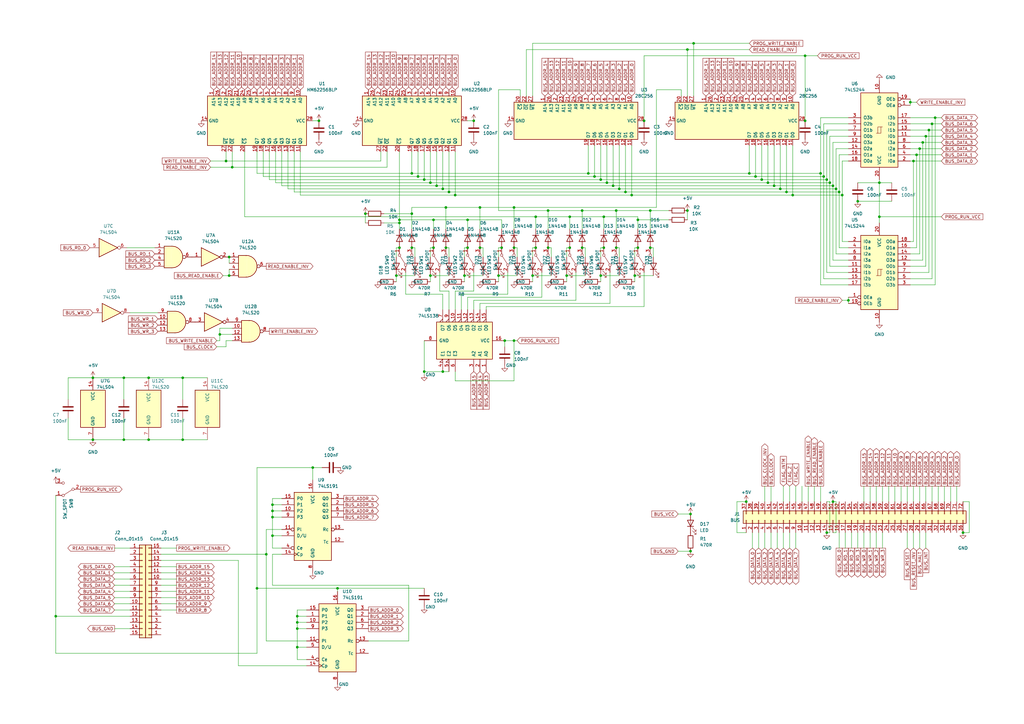
<source format=kicad_sch>
(kicad_sch (version 20211123) (generator eeschema)
  (paper "A3")
  (lib_symbols
    (symbol "74xx:74LS04"
      (property "Reference" "U" (at 0 1.27 0))
      (property "Value" "74LS04" (at 0 -1.27 0))
      (symbol "74LS04_1_0"
        (pin input line (at -7.62 0 0) (length 3.81) (name "~") (number "1"))
        (pin output inverted (at 7.62 0 180) (length 3.81) (name "~") (number "2"))
      )
      (symbol "74LS04_2_0"
        (pin input line (at -7.62 0 0) (length 3.81) (name "~") (number "3"))
        (pin output inverted (at 7.62 0 180) (length 3.81) (name "~") (number "4"))
      )
      (symbol "74LS04_3_0"
        (pin input line (at -7.62 0 0) (length 3.81) (name "~") (number "5"))
        (pin output inverted (at 7.62 0 180) (length 3.81) (name "~") (number "6"))
      )
      (symbol "74LS04_4_0"
        (pin output inverted (at 7.62 0 180) (length 3.81) (name "~") (number "8"))
        (pin input line (at -7.62 0 0) (length 3.81) (name "~") (number "9"))
      )
      (symbol "74LS04_5_0"
        (pin output inverted (at 7.62 0 180) (length 3.81) (name "~") (number "10"))
        (pin input line (at -7.62 0 0) (length 3.81) (name "~") (number "11"))
      )
      (symbol "74LS04_6_0"
        (pin output inverted (at 7.62 0 180) (length 3.81) (name "~") (number "12"))
        (pin input line (at -7.62 0 0) (length 3.81) (name "~") (number "13"))
      )
      (symbol "74LS04_7_0"
        (pin power_in line (at 0 12.7 270) (length 5.08) (name "VCC") (number "14"))
        (pin power_in line (at 0 -12.7 90) (length 5.08) (name "GND") (number "7"))
      )
    )
    (symbol "74xx:74LS138" (pin_names (offset 1.016))
      (property "Reference" "U" (at -7.62 11.43 0))
      (property "Value" "74LS138" (at -7.62 -13.97 0))
      (symbol "74LS138_1_0"
        (pin input line (at -12.7 7.62 0) (length 5.08) (name "A0") (number "1"))
        (pin output output_low (at 12.7 -5.08 180) (length 5.08) (name "O5") (number "10"))
        (pin output output_low (at 12.7 -2.54 180) (length 5.08) (name "O4") (number "11"))
        (pin output output_low (at 12.7 0 180) (length 5.08) (name "O3") (number "12"))
        (pin output output_low (at 12.7 2.54 180) (length 5.08) (name "O2") (number "13"))
        (pin output output_low (at 12.7 5.08 180) (length 5.08) (name "O1") (number "14"))
        (pin output output_low (at 12.7 7.62 180) (length 5.08) (name "O0") (number "15"))
        (pin power_in line (at 0 15.24 270) (length 5.08) (name "VCC") (number "16"))
        (pin input line (at -12.7 5.08 0) (length 5.08) (name "A1") (number "2"))
        (pin input line (at -12.7 2.54 0) (length 5.08) (name "A2") (number "3"))
        (pin input input_low (at -12.7 -10.16 0) (length 5.08) (name "E1") (number "4"))
        (pin input input_low (at -12.7 -7.62 0) (length 5.08) (name "E2") (number "5"))
        (pin input line (at -12.7 -5.08 0) (length 5.08) (name "E3") (number "6"))
        (pin output output_low (at 12.7 -10.16 180) (length 5.08) (name "O7") (number "7"))
        (pin power_in line (at 0 -17.78 90) (length 5.08) (name "GND") (number "8"))
        (pin output output_low (at 12.7 -7.62 180) (length 5.08) (name "O6") (number "9"))
      )
    )
    (symbol "74xx:74LS191" (pin_names (offset 1.016))
      (property "Reference" "U" (at -7.62 13.97 0))
      (property "Value" "74LS191" (at -7.62 -16.51 0))
      (symbol "74LS191_1_0"
        (pin input line (at -12.7 7.62 0) (length 5.08) (name "P1") (number "1"))
        (pin input line (at -12.7 5.08 0) (length 5.08) (name "P2") (number "10"))
        (pin input inverted (at -12.7 -2.54 0) (length 5.08) (name "Pl") (number "11"))
        (pin output line (at 12.7 -7.62 180) (length 5.08) (name "Tc") (number "12"))
        (pin output inverted (at 12.7 -2.54 180) (length 5.08) (name "Rc") (number "13"))
        (pin input clock (at -12.7 -12.7 0) (length 5.08) (name "Cp") (number "14"))
        (pin input line (at -12.7 10.16 0) (length 5.08) (name "P0") (number "15"))
        (pin power_in line (at 0 17.78 270) (length 5.08) (name "VCC") (number "16"))
        (pin output line (at 12.7 7.62 180) (length 5.08) (name "Q1") (number "2"))
        (pin output line (at 12.7 10.16 180) (length 5.08) (name "Q0") (number "3"))
        (pin input inverted (at -12.7 -10.16 0) (length 5.08) (name "Ce") (number "4"))
        (pin input line (at -12.7 -5.08 0) (length 5.08) (name "D/U") (number "5"))
        (pin output line (at 12.7 5.08 180) (length 5.08) (name "Q2") (number "6"))
        (pin output line (at 12.7 2.54 180) (length 5.08) (name "Q3") (number "7"))
        (pin power_in line (at 0 -20.32 90) (length 5.08) (name "GND") (number "8"))
        (pin input line (at -12.7 2.54 0) (length 5.08) (name "P3") (number "9"))
      )
    )
    (symbol "74xx:74LS20" (pin_names (offset 1.016))
      (property "Reference" "U" (at 0 1.27 0))
      (property "Value" "74LS20" (at 0 -1.27 0))
      (symbol "74LS20_1_1"
        (pin input line (at -7.62 3.81 0) (length 3.81) (name "~") (number "1"))
        (pin input line (at -7.62 1.27 0) (length 3.81) (name "~") (number "2"))
        (pin input line (at -7.62 -1.27 0) (length 3.81) (name "~") (number "4"))
        (pin input line (at -7.62 -3.81 0) (length 3.81) (name "~") (number "5"))
        (pin output inverted (at 7.62 0 180) (length 3.81) (name "~") (number "6"))
      )
      (symbol "74LS20_1_2"
        (pin input inverted (at -7.62 3.81 0) (length 3.81) (name "~") (number "1"))
        (pin input inverted (at -7.62 1.27 0) (length 4.826) (name "~") (number "2"))
        (pin input inverted (at -7.62 -1.27 0) (length 4.826) (name "~") (number "4"))
        (pin input inverted (at -7.62 -3.81 0) (length 3.81) (name "~") (number "5"))
        (pin output line (at 7.62 0 180) (length 3.81) (name "~") (number "6"))
      )
      (symbol "74LS20_2_1"
        (pin input line (at -7.62 1.27 0) (length 3.81) (name "~") (number "10"))
        (pin input line (at -7.62 -1.27 0) (length 3.81) (name "~") (number "12"))
        (pin input line (at -7.62 -3.81 0) (length 3.81) (name "~") (number "13"))
        (pin output inverted (at 7.62 0 180) (length 3.81) (name "~") (number "8"))
        (pin input line (at -7.62 3.81 0) (length 3.81) (name "~") (number "9"))
      )
      (symbol "74LS20_2_2"
        (pin input inverted (at -7.62 1.27 0) (length 4.826) (name "~") (number "10"))
        (pin input inverted (at -7.62 -1.27 0) (length 4.826) (name "~") (number "12"))
        (pin input inverted (at -7.62 -3.81 0) (length 3.81) (name "~") (number "13"))
        (pin output line (at 7.62 0 180) (length 3.81) (name "~") (number "8"))
        (pin input inverted (at -7.62 3.81 0) (length 3.81) (name "~") (number "9"))
      )
      (symbol "74LS20_3_0"
        (pin power_in line (at 0 12.7 270) (length 5.08) (name "VCC") (number "14"))
        (pin power_in line (at 0 -12.7 90) (length 5.08) (name "GND") (number "7"))
      )
    )
    (symbol "74xx:74LS244" (pin_names (offset 1.016))
      (property "Reference" "U" (at -7.62 16.51 0))
      (property "Value" "74LS244" (at -7.62 -16.51 0))
      (symbol "74LS244_1_0"
        (pin input inverted (at -12.7 -10.16 0) (length 5.08) (name "OEa") (number "1"))
        (pin power_in line (at 0 -20.32 90) (length 5.08) (name "GND") (number "10"))
        (pin input line (at -12.7 2.54 0) (length 5.08) (name "I0b") (number "11"))
        (pin tri_state line (at 12.7 5.08 180) (length 5.08) (name "O3a") (number "12"))
        (pin input line (at -12.7 0 0) (length 5.08) (name "I1b") (number "13"))
        (pin tri_state line (at 12.7 7.62 180) (length 5.08) (name "O2a") (number "14"))
        (pin input line (at -12.7 -2.54 0) (length 5.08) (name "I2b") (number "15"))
        (pin tri_state line (at 12.7 10.16 180) (length 5.08) (name "O1a") (number "16"))
        (pin input line (at -12.7 -5.08 0) (length 5.08) (name "I3b") (number "17"))
        (pin tri_state line (at 12.7 12.7 180) (length 5.08) (name "O0a") (number "18"))
        (pin input inverted (at -12.7 -12.7 0) (length 5.08) (name "OEb") (number "19"))
        (pin input line (at -12.7 12.7 0) (length 5.08) (name "I0a") (number "2"))
        (pin power_in line (at 0 20.32 270) (length 5.08) (name "VCC") (number "20"))
        (pin tri_state line (at 12.7 -5.08 180) (length 5.08) (name "O3b") (number "3"))
        (pin input line (at -12.7 10.16 0) (length 5.08) (name "I1a") (number "4"))
        (pin tri_state line (at 12.7 -2.54 180) (length 5.08) (name "O2b") (number "5"))
        (pin input line (at -12.7 7.62 0) (length 5.08) (name "I2a") (number "6"))
        (pin tri_state line (at 12.7 0 180) (length 5.08) (name "O1b") (number "7"))
        (pin input line (at -12.7 5.08 0) (length 5.08) (name "I3a") (number "8"))
        (pin tri_state line (at 12.7 2.54 180) (length 5.08) (name "O0b") (number "9"))
      )
    )
    (symbol "Connector_Generic:Conn_01x15" (pin_names (offset 1.016) hide)
      (property "Reference" "J" (at 0 20.32 0))
      (property "Value" "Conn_01x15" (at 0 -20.32 0))
      (symbol "Conn_01x15_1_1"
        (pin passive line (at -5.08 17.78 0) (length 3.81) (name "Pin_1") (number "1"))
        (pin passive line (at -5.08 -5.08 0) (length 3.81) (name "Pin_10") (number "10"))
        (pin passive line (at -5.08 -7.62 0) (length 3.81) (name "Pin_11") (number "11"))
        (pin passive line (at -5.08 -10.16 0) (length 3.81) (name "Pin_12") (number "12"))
        (pin passive line (at -5.08 -12.7 0) (length 3.81) (name "Pin_13") (number "13"))
        (pin passive line (at -5.08 -15.24 0) (length 3.81) (name "Pin_14") (number "14"))
        (pin passive line (at -5.08 -17.78 0) (length 3.81) (name "Pin_15") (number "15"))
        (pin passive line (at -5.08 15.24 0) (length 3.81) (name "Pin_2") (number "2"))
        (pin passive line (at -5.08 12.7 0) (length 3.81) (name "Pin_3") (number "3"))
        (pin passive line (at -5.08 10.16 0) (length 3.81) (name "Pin_4") (number "4"))
        (pin passive line (at -5.08 7.62 0) (length 3.81) (name "Pin_5") (number "5"))
        (pin passive line (at -5.08 5.08 0) (length 3.81) (name "Pin_6") (number "6"))
        (pin passive line (at -5.08 2.54 0) (length 3.81) (name "Pin_7") (number "7"))
        (pin passive line (at -5.08 0 0) (length 3.81) (name "Pin_8") (number "8"))
        (pin passive line (at -5.08 -2.54 0) (length 3.81) (name "Pin_9") (number "9"))
      )
    )
    (symbol "Connector_Generic:Conn_02x36_Top_Bottom" (pin_names (offset 1.016) hide)
      (property "Reference" "J" (at 1.27 45.72 0))
      (property "Value" "Conn_02x36_Top_Bottom" (at 1.27 -48.26 0))
      (symbol "Conn_02x36_Top_Bottom_1_1"
        (pin passive line (at -5.08 43.18 0) (length 3.81) (name "Pin_1") (number "1"))
        (pin passive line (at -5.08 20.32 0) (length 3.81) (name "Pin_10") (number "10"))
        (pin passive line (at -5.08 17.78 0) (length 3.81) (name "Pin_11") (number "11"))
        (pin passive line (at -5.08 15.24 0) (length 3.81) (name "Pin_12") (number "12"))
        (pin passive line (at -5.08 12.7 0) (length 3.81) (name "Pin_13") (number "13"))
        (pin passive line (at -5.08 10.16 0) (length 3.81) (name "Pin_14") (number "14"))
        (pin passive line (at -5.08 7.62 0) (length 3.81) (name "Pin_15") (number "15"))
        (pin passive line (at -5.08 5.08 0) (length 3.81) (name "Pin_16") (number "16"))
        (pin passive line (at -5.08 2.54 0) (length 3.81) (name "Pin_17") (number "17"))
        (pin passive line (at -5.08 0 0) (length 3.81) (name "Pin_18") (number "18"))
        (pin passive line (at -5.08 -2.54 0) (length 3.81) (name "Pin_19") (number "19"))
        (pin passive line (at -5.08 40.64 0) (length 3.81) (name "Pin_2") (number "2"))
        (pin passive line (at -5.08 -5.08 0) (length 3.81) (name "Pin_20") (number "20"))
        (pin passive line (at -5.08 -7.62 0) (length 3.81) (name "Pin_21") (number "21"))
        (pin passive line (at -5.08 -10.16 0) (length 3.81) (name "Pin_22") (number "22"))
        (pin passive line (at -5.08 -12.7 0) (length 3.81) (name "Pin_23") (number "23"))
        (pin passive line (at -5.08 -15.24 0) (length 3.81) (name "Pin_24") (number "24"))
        (pin passive line (at -5.08 -17.78 0) (length 3.81) (name "Pin_25") (number "25"))
        (pin passive line (at -5.08 -20.32 0) (length 3.81) (name "Pin_26") (number "26"))
        (pin passive line (at -5.08 -22.86 0) (length 3.81) (name "Pin_27") (number "27"))
        (pin passive line (at -5.08 -25.4 0) (length 3.81) (name "Pin_28") (number "28"))
        (pin passive line (at -5.08 -27.94 0) (length 3.81) (name "Pin_29") (number "29"))
        (pin passive line (at -5.08 38.1 0) (length 3.81) (name "Pin_3") (number "3"))
        (pin passive line (at -5.08 -30.48 0) (length 3.81) (name "Pin_30") (number "30"))
        (pin passive line (at -5.08 -33.02 0) (length 3.81) (name "Pin_31") (number "31"))
        (pin passive line (at -5.08 -35.56 0) (length 3.81) (name "Pin_32") (number "32"))
        (pin passive line (at -5.08 -38.1 0) (length 3.81) (name "Pin_33") (number "33"))
        (pin passive line (at -5.08 -40.64 0) (length 3.81) (name "Pin_34") (number "34"))
        (pin passive line (at -5.08 -43.18 0) (length 3.81) (name "Pin_35") (number "35"))
        (pin passive line (at -5.08 -45.72 0) (length 3.81) (name "Pin_36") (number "36"))
        (pin passive line (at 7.62 43.18 180) (length 3.81) (name "Pin_37") (number "37"))
        (pin passive line (at 7.62 40.64 180) (length 3.81) (name "Pin_38") (number "38"))
        (pin passive line (at 7.62 38.1 180) (length 3.81) (name "Pin_39") (number "39"))
        (pin passive line (at -5.08 35.56 0) (length 3.81) (name "Pin_4") (number "4"))
        (pin passive line (at 7.62 35.56 180) (length 3.81) (name "Pin_40") (number "40"))
        (pin passive line (at 7.62 33.02 180) (length 3.81) (name "Pin_41") (number "41"))
        (pin passive line (at 7.62 30.48 180) (length 3.81) (name "Pin_42") (number "42"))
        (pin passive line (at 7.62 27.94 180) (length 3.81) (name "Pin_43") (number "43"))
        (pin passive line (at 7.62 25.4 180) (length 3.81) (name "Pin_44") (number "44"))
        (pin passive line (at 7.62 22.86 180) (length 3.81) (name "Pin_45") (number "45"))
        (pin passive line (at 7.62 20.32 180) (length 3.81) (name "Pin_46") (number "46"))
        (pin passive line (at 7.62 17.78 180) (length 3.81) (name "Pin_47") (number "47"))
        (pin passive line (at 7.62 15.24 180) (length 3.81) (name "Pin_48") (number "48"))
        (pin passive line (at 7.62 12.7 180) (length 3.81) (name "Pin_49") (number "49"))
        (pin passive line (at -5.08 33.02 0) (length 3.81) (name "Pin_5") (number "5"))
        (pin passive line (at 7.62 10.16 180) (length 3.81) (name "Pin_50") (number "50"))
        (pin passive line (at 7.62 7.62 180) (length 3.81) (name "Pin_51") (number "51"))
        (pin passive line (at 7.62 5.08 180) (length 3.81) (name "Pin_52") (number "52"))
        (pin passive line (at 7.62 2.54 180) (length 3.81) (name "Pin_53") (number "53"))
        (pin passive line (at 7.62 0 180) (length 3.81) (name "Pin_54") (number "54"))
        (pin passive line (at 7.62 -2.54 180) (length 3.81) (name "Pin_55") (number "55"))
        (pin passive line (at 7.62 -5.08 180) (length 3.81) (name "Pin_56") (number "56"))
        (pin passive line (at 7.62 -7.62 180) (length 3.81) (name "Pin_57") (number "57"))
        (pin passive line (at 7.62 -10.16 180) (length 3.81) (name "Pin_58") (number "58"))
        (pin passive line (at 7.62 -12.7 180) (length 3.81) (name "Pin_59") (number "59"))
        (pin passive line (at -5.08 30.48 0) (length 3.81) (name "Pin_6") (number "6"))
        (pin passive line (at 7.62 -15.24 180) (length 3.81) (name "Pin_60") (number "60"))
        (pin passive line (at 7.62 -17.78 180) (length 3.81) (name "Pin_61") (number "61"))
        (pin passive line (at 7.62 -20.32 180) (length 3.81) (name "Pin_62") (number "62"))
        (pin passive line (at 7.62 -22.86 180) (length 3.81) (name "Pin_63") (number "63"))
        (pin passive line (at 7.62 -25.4 180) (length 3.81) (name "Pin_64") (number "64"))
        (pin passive line (at 7.62 -27.94 180) (length 3.81) (name "Pin_65") (number "65"))
        (pin passive line (at 7.62 -30.48 180) (length 3.81) (name "Pin_66") (number "66"))
        (pin passive line (at 7.62 -33.02 180) (length 3.81) (name "Pin_67") (number "67"))
        (pin passive line (at 7.62 -35.56 180) (length 3.81) (name "Pin_68") (number "68"))
        (pin passive line (at 7.62 -38.1 180) (length 3.81) (name "Pin_69") (number "69"))
        (pin passive line (at -5.08 27.94 0) (length 3.81) (name "Pin_7") (number "7"))
        (pin passive line (at 7.62 -40.64 180) (length 3.81) (name "Pin_70") (number "70"))
        (pin passive line (at 7.62 -43.18 180) (length 3.81) (name "Pin_71") (number "71"))
        (pin passive line (at 7.62 -45.72 180) (length 3.81) (name "Pin_72") (number "72"))
        (pin passive line (at -5.08 25.4 0) (length 3.81) (name "Pin_8") (number "8"))
        (pin passive line (at -5.08 22.86 0) (length 3.81) (name "Pin_9") (number "9"))
      )
    )
    (symbol "Device:C" (pin_numbers hide) (pin_names (offset 0.254))
      (property "Reference" "C" (at 0.635 2.54 0))
      (property "Value" "C" (at 0.635 -2.54 0))
      (symbol "C_1_1"
        (pin passive line (at 0 3.81 270) (length 2.794) (name "~") (number "1"))
        (pin passive line (at 0 -3.81 90) (length 2.794) (name "~") (number "2"))
      )
    )
    (symbol "Device:LED" (pin_numbers hide) (pin_names (offset 1.016) hide)
      (property "Reference" "D" (at 0 2.54 0))
      (property "Value" "LED" (at 0 -2.54 0))
      (symbol "LED_1_1"
        (pin passive line (at -3.81 0 0) (length 2.54) (name "K") (number "1"))
        (pin passive line (at 3.81 0 180) (length 2.54) (name "A") (number "2"))
      )
    )
    (symbol "Device:R" (pin_numbers hide) (pin_names (offset 0))
      (property "Reference" "R" (at 2.032 0 90))
      (property "Value" "R" (at 0 0 90))
      (symbol "R_1_1"
        (pin passive line (at 0 3.81 270) (length 1.27) (name "~") (number "1"))
        (pin passive line (at 0 -3.81 90) (length 1.27) (name "~") (number "2"))
      )
    )
    (symbol "Diode:1N4148" (pin_numbers hide) (pin_names hide)
      (property "Reference" "D" (at 0 2.54 0))
      (property "Value" "1N4148" (at 0 -2.54 0))
      (symbol "1N4148_1_1"
        (pin passive line (at -3.81 0 0) (length 2.54) (name "K") (number "1"))
        (pin passive line (at 3.81 0 180) (length 2.54) (name "A") (number "2"))
      )
    )
    (symbol "Memory_EEPROM:28C256"
      (property "Reference" "U" (at -7.62 26.67 0))
      (property "Value" "28C256" (at 2.54 -26.67 0))
      (symbol "28C256_1_1"
        (pin input line (at -10.16 -12.7 0) (length 2.54) (name "A14") (number "1"))
        (pin input line (at -10.16 22.86 0) (length 2.54) (name "A0") (number "10"))
        (pin tri_state line (at 10.16 22.86 180) (length 2.54) (name "D0") (number "11"))
        (pin tri_state line (at 10.16 20.32 180) (length 2.54) (name "D1") (number "12"))
        (pin tri_state line (at 10.16 17.78 180) (length 2.54) (name "D2") (number "13"))
        (pin power_in line (at 0 -27.94 90) (length 2.54) (name "GND") (number "14"))
        (pin tri_state line (at 10.16 15.24 180) (length 2.54) (name "D3") (number "15"))
        (pin tri_state line (at 10.16 12.7 180) (length 2.54) (name "D4") (number "16"))
        (pin tri_state line (at 10.16 10.16 180) (length 2.54) (name "D5") (number "17"))
        (pin tri_state line (at 10.16 7.62 180) (length 2.54) (name "D6") (number "18"))
        (pin tri_state line (at 10.16 5.08 180) (length 2.54) (name "D7") (number "19"))
        (pin input line (at -10.16 -7.62 0) (length 2.54) (name "A12") (number "2"))
        (pin input line (at -10.16 -22.86 0) (length 2.54) (name "~{CS}") (number "20"))
        (pin input line (at -10.16 -2.54 0) (length 2.54) (name "A10") (number "21"))
        (pin input line (at -10.16 -20.32 0) (length 2.54) (name "~{OE}") (number "22"))
        (pin input line (at -10.16 -5.08 0) (length 2.54) (name "A11") (number "23"))
        (pin input line (at -10.16 0 0) (length 2.54) (name "A9") (number "24"))
        (pin input line (at -10.16 2.54 0) (length 2.54) (name "A8") (number "25"))
        (pin input line (at -10.16 -10.16 0) (length 2.54) (name "A13") (number "26"))
        (pin input line (at -10.16 -17.78 0) (length 2.54) (name "~{WE}") (number "27"))
        (pin power_in line (at 0 27.94 270) (length 2.54) (name "VCC") (number "28"))
        (pin input line (at -10.16 5.08 0) (length 2.54) (name "A7") (number "3"))
        (pin input line (at -10.16 7.62 0) (length 2.54) (name "A6") (number "4"))
        (pin input line (at -10.16 10.16 0) (length 2.54) (name "A5") (number "5"))
        (pin input line (at -10.16 12.7 0) (length 2.54) (name "A4") (number "6"))
        (pin input line (at -10.16 15.24 0) (length 2.54) (name "A3") (number "7"))
        (pin input line (at -10.16 17.78 0) (length 2.54) (name "A2") (number "8"))
        (pin input line (at -10.16 20.32 0) (length 2.54) (name "A1") (number "9"))
      )
    )
    (symbol "Memory_RAM:HM62256BLP"
      (property "Reference" "U" (at -10.16 20.955 0))
      (property "Value" "HM62256BLP" (at 2.54 20.955 0))
      (symbol "HM62256BLP_0_0"
        (pin power_in line (at 0 -22.86 90) (length 2.54) (name "GND") (number "14"))
        (pin power_in line (at 0 22.86 270) (length 2.54) (name "VCC") (number "28"))
      )
      (symbol "HM62256BLP_1_1"
        (pin input line (at -12.7 -17.78 0) (length 2.54) (name "A14") (number "1"))
        (pin input line (at -12.7 17.78 0) (length 2.54) (name "A0") (number "10"))
        (pin tri_state line (at 12.7 17.78 180) (length 2.54) (name "Q0") (number "11"))
        (pin tri_state line (at 12.7 15.24 180) (length 2.54) (name "Q1") (number "12"))
        (pin tri_state line (at 12.7 12.7 180) (length 2.54) (name "Q2") (number "13"))
        (pin tri_state line (at 12.7 10.16 180) (length 2.54) (name "Q3") (number "15"))
        (pin tri_state line (at 12.7 7.62 180) (length 2.54) (name "Q4") (number "16"))
        (pin tri_state line (at 12.7 5.08 180) (length 2.54) (name "Q5") (number "17"))
        (pin tri_state line (at 12.7 2.54 180) (length 2.54) (name "Q6") (number "18"))
        (pin tri_state line (at 12.7 0 180) (length 2.54) (name "Q7") (number "19"))
        (pin input line (at -12.7 -12.7 0) (length 2.54) (name "A12") (number "2"))
        (pin input line (at 12.7 -5.08 180) (length 2.54) (name "~{CS}") (number "20"))
        (pin input line (at -12.7 -7.62 0) (length 2.54) (name "A10") (number "21"))
        (pin input line (at 12.7 -10.16 180) (length 2.54) (name "~{OE}") (number "22"))
        (pin input line (at -12.7 -10.16 0) (length 2.54) (name "A11") (number "23"))
        (pin input line (at -12.7 -5.08 0) (length 2.54) (name "A9") (number "24"))
        (pin input line (at -12.7 -2.54 0) (length 2.54) (name "A8") (number "25"))
        (pin input line (at -12.7 -15.24 0) (length 2.54) (name "A13") (number "26"))
        (pin input line (at 12.7 -12.7 180) (length 2.54) (name "~{WE}") (number "27"))
        (pin input line (at -12.7 0 0) (length 2.54) (name "A7") (number "3"))
        (pin input line (at -12.7 2.54 0) (length 2.54) (name "A6") (number "4"))
        (pin input line (at -12.7 5.08 0) (length 2.54) (name "A5") (number "5"))
        (pin input line (at -12.7 7.62 0) (length 2.54) (name "A4") (number "6"))
        (pin input line (at -12.7 10.16 0) (length 2.54) (name "A3") (number "7"))
        (pin input line (at -12.7 12.7 0) (length 2.54) (name "A2") (number "8"))
        (pin input line (at -12.7 15.24 0) (length 2.54) (name "A1") (number "9"))
      )
    )
    (symbol "Switch:SW_SPDT" (pin_names (offset 0) hide)
      (property "Reference" "SW" (at 0 4.318 0))
      (property "Value" "SW_SPDT" (at 0 -5.08 0))
      (symbol "SW_SPDT_1_1"
        (pin passive line (at 5.08 2.54 180) (length 2.54) (name "A") (number "1"))
        (pin passive line (at -5.08 0 0) (length 2.54) (name "B") (number "2"))
        (pin passive line (at 5.08 -2.54 180) (length 2.54) (name "C") (number "3"))
      )
    )
    (symbol "power:+5V" (power) (pin_names (offset 0))
      (property "Value" "+5V" (at 0 3.556 0))
      (symbol "+5V_1_1"
        (pin power_in line (at 0 0 90) (length 0) hide (name "+5V") (number "1"))
      )
    )
    (symbol "power:GND" (power) (pin_names (offset 0))
      (property "Value" "GND" (at 0 -3.81 0))
      (symbol "GND_1_1"
        (pin power_in line (at 0 0 270) (length 0) hide (name "GND") (number "1"))
      )
    )
  )
  (junction (at 130.81 49.53))
  (junction (at 382.27 50.8))
  (junction (at 194.31 49.53))
  (junction (at 111.76 212.09))
  (junction (at 246.38 73.66))
  (junction (at 111.76 209.55))
  (junction (at 149.86 87.63))
  (junction (at 163.83 90.17))
  (junction (at 317.5 76.2))
  (junction (at 92.71 66.04))
  (junction (at 373.38 41.91))
  (junction (at 247.65 88.9))
  (junction (at 337.82 72.39))
  (junction (at 360.68 74.93))
  (junction (at 378.46 58.42))
  (junction (at 284.48 17.78))
  (junction (at 121.92 257.81))
  (junction (at 351.79 82.55))
  (junction (at 128.27 191.77))
  (junction (at 339.09 218.44))
  (junction (at 182.88 85.09))
  (junction (at 374.65 66.04))
  (junction (at 238.76 86.36))
  (junction (at 181.61 152.4))
  (junction (at 168.91 87.63))
  (junction (at 394.97 218.44))
  (junction (at 50.8 180.34))
  (junction (at 191.77 90.17))
  (junction (at 210.82 101.6))
  (junction (at 264.16 49.53))
  (junction (at 176.53 74.93))
  (junction (at 177.8 101.6))
  (junction (at 232.41 113.03))
  (junction (at 218.44 113.03))
  (junction (at 360.68 88.9))
  (junction (at 233.68 101.6))
  (junction (at 233.68 88.9))
  (junction (at 347.98 123.19))
  (junction (at 138.43 241.3))
  (junction (at 336.55 71.12))
  (junction (at 252.73 101.6))
  (junction (at 309.88 72.39))
  (junction (at 95.25 68.58))
  (junction (at 224.79 86.36))
  (junction (at 238.76 101.6))
  (junction (at 93.98 105.41))
  (junction (at 306.07 205.74))
  (junction (at 177.8 90.17))
  (junction (at 219.71 88.9))
  (junction (at 330.2 22.86))
  (junction (at 207.01 139.7))
  (junction (at 205.74 101.6))
  (junction (at 314.96 74.93))
  (junction (at 219.71 101.6))
  (junction (at 60.96 180.34))
  (junction (at 186.69 80.01))
  (junction (at 121.92 255.27))
  (junction (at 252.73 86.36))
  (junction (at 345.44 80.01))
  (junction (at 171.45 72.39))
  (junction (at 173.99 152.4))
  (junction (at 341.63 205.74))
  (junction (at 377.19 60.96))
  (junction (at 184.15 78.74))
  (junction (at 320.04 77.47))
  (junction (at 266.7 86.36))
  (junction (at 340.36 74.93))
  (junction (at 224.79 101.6))
  (junction (at 190.5 113.03))
  (junction (at 176.53 113.03))
  (junction (at 121.92 252.73))
  (junction (at 259.08 80.01))
  (junction (at 243.84 72.39))
  (junction (at 111.76 219.71))
  (junction (at 93.98 113.03))
  (junction (at 38.1 154.94))
  (junction (at 22.86 252.73))
  (junction (at 344.17 78.74))
  (junction (at 210.82 139.7))
  (junction (at 163.83 101.6))
  (junction (at 325.12 80.01))
  (junction (at 163.83 91.44))
  (junction (at 204.47 113.03))
  (junction (at 254 77.47))
  (junction (at 375.92 63.5))
  (junction (at 247.65 101.6))
  (junction (at 261.62 90.17))
  (junction (at 281.94 20.32))
  (junction (at 196.85 85.09))
  (junction (at 312.42 73.66))
  (junction (at 307.34 71.12))
  (junction (at 74.93 180.34))
  (junction (at 266.7 101.6))
  (junction (at 105.41 241.3))
  (junction (at 182.88 101.6))
  (junction (at 109.22 227.33))
  (junction (at 179.07 76.2))
  (junction (at 383.54 48.26))
  (junction (at 248.92 74.93))
  (junction (at 38.1 180.34))
  (junction (at 74.93 154.94))
  (junction (at 261.62 101.6))
  (junction (at 173.99 73.66))
  (junction (at 381 53.34))
  (junction (at 246.38 113.03))
  (junction (at 111.76 207.01))
  (junction (at 191.77 101.6))
  (junction (at 210.82 85.09))
  (junction (at 341.63 76.2))
  (junction (at 283.21 226.06))
  (junction (at 379.73 55.88))
  (junction (at 281.94 86.36))
  (junction (at 196.85 101.6))
  (junction (at 330.2 49.53))
  (junction (at 50.8 154.94))
  (junction (at 342.9 77.47))
  (junction (at 168.91 101.6))
  (junction (at 256.54 78.74))
  (junction (at 162.56 113.03))
  (junction (at 251.46 76.2))
  (junction (at 339.09 73.66))
  (junction (at 322.58 78.74))
  (junction (at 283.21 210.82))
  (junction (at 60.96 154.94))
  (junction (at 181.61 77.47))
  (junction (at 121.92 265.43))
  (junction (at 168.91 71.12))
  (junction (at 241.3 71.12))
  (junction (at 90.17 137.16))
  (junction (at 260.35 113.03))
  (wire (pts (xy 107.95 72.39) (xy 171.45 72.39)))
  (wire (pts (xy 100.33 62.23) (xy 100.33 88.9)))
  (wire (pts (xy 246.38 113.03) (xy 254 113.03)))
  (wire (pts (xy 373.38 41.91) (xy 375.92 41.91)))
  (wire (pts (xy 166.37 111.76) (xy 166.37 120.65)))
  (wire (pts (xy 204.47 101.6) (xy 205.74 101.6)))
  (wire (pts (xy 72.39 234.95) (xy 66.04 234.95)))
  (wire (pts (xy 121.92 255.27) (xy 125.73 255.27)))
  (wire (pts (xy 157.48 87.63) (xy 168.91 87.63)))
  (wire (pts (xy 379.73 218.44) (xy 379.73 224.79)))
  (wire (pts (xy 105.41 71.12) (xy 168.91 71.12)))
  (wire (pts (xy 344.17 101.6) (xy 344.17 78.74)))
  (wire (pts (xy 302.26 205.74) (xy 306.07 205.74)))
  (wire (pts (xy 334.01 199.39) (xy 334.01 205.74)))
  (wire (pts (xy 46.99 257.81) (xy 53.34 257.81)))
  (wire (pts (xy 336.55 71.12) (xy 336.55 48.26)))
  (wire (pts (xy 130.81 49.53) (xy 128.27 49.53)))
  (wire (pts (xy 379.73 199.39) (xy 379.73 205.74)))
  (wire (pts (xy 115.57 62.23) (xy 115.57 76.2)))
  (wire (pts (xy 392.43 199.39) (xy 392.43 205.74)))
  (wire (pts (xy 397.51 218.44) (xy 394.97 218.44)))
  (wire (pts (xy 218.44 105.41) (xy 218.44 101.6)))
  (wire (pts (xy 27.94 171.45) (xy 27.94 180.34)))
  (wire (pts (xy 60.96 154.94) (xy 74.93 154.94)))
  (wire (pts (xy 105.41 241.3) (xy 105.41 267.97)))
  (wire (pts (xy 111.76 227.33) (xy 115.57 227.33)))
  (wire (pts (xy 266.7 86.36) (xy 274.32 86.36)))
  (wire (pts (xy 198.12 101.6) (xy 196.85 101.6)))
  (wire (pts (xy 373.38 116.84) (xy 383.54 116.84)))
  (wire (pts (xy 377.19 199.39) (xy 377.19 205.74)))
  (wire (pts (xy 309.88 59.69) (xy 309.88 72.39)))
  (wire (pts (xy 190.5 105.41) (xy 190.5 101.6)))
  (wire (pts (xy 373.38 114.3) (xy 382.27 114.3)))
  (wire (pts (xy 325.12 80.01) (xy 345.44 80.01)))
  (wire (pts (xy 125.73 250.19) (xy 121.92 250.19)))
  (wire (pts (xy 351.79 74.93) (xy 360.68 74.93)))
  (wire (pts (xy 320.04 77.47) (xy 342.9 77.47)))
  (wire (pts (xy 377.19 60.96) (xy 386.08 60.96)))
  (wire (pts (xy 111.76 207.01) (xy 115.57 207.01)))
  (wire (pts (xy 372.11 199.39) (xy 372.11 205.74)))
  (wire (pts (xy 109.22 262.89) (xy 109.22 227.33)))
  (wire (pts (xy 191.77 90.17) (xy 177.8 90.17)))
  (wire (pts (xy 115.57 217.17) (xy 109.22 217.17)))
  (wire (pts (xy 339.09 73.66) (xy 339.09 53.34)))
  (wire (pts (xy 191.77 121.92) (xy 191.77 127)))
  (wire (pts (xy 196.85 85.09) (xy 196.85 93.98)))
  (wire (pts (xy 125.73 270.51) (xy 121.92 270.51)))
  (wire (pts (xy 138.43 241.3) (xy 138.43 242.57)))
  (wire (pts (xy 53.34 128.27) (xy 64.77 128.27)))
  (wire (pts (xy 335.28 22.86) (xy 330.2 22.86)))
  (wire (pts (xy 218.44 113.03) (xy 226.06 113.03)))
  (wire (pts (xy 381 53.34) (xy 386.08 53.34)))
  (wire (pts (xy 360.68 74.93) (xy 360.68 88.9)))
  (wire (pts (xy 121.92 265.43) (xy 121.92 257.81)))
  (wire (pts (xy 74.93 171.45) (xy 74.93 180.34)))
  (wire (pts (xy 307.34 71.12) (xy 336.55 71.12)))
  (wire (pts (xy 173.99 152.4) (xy 181.61 152.4)))
  (wire (pts (xy 260.35 113.03) (xy 267.97 113.03)))
  (wire (pts (xy 97.79 229.87) (xy 97.79 273.05)))
  (wire (pts (xy 347.98 109.22) (xy 340.36 109.22)))
  (wire (pts (xy 256.54 59.69) (xy 256.54 78.74)))
  (wire (pts (xy 194.31 119.38) (xy 194.31 111.76)))
  (wire (pts (xy 344.17 63.5) (xy 347.98 63.5)))
  (wire (pts (xy 267.97 101.6) (xy 266.7 101.6)))
  (wire (pts (xy 331.47 199.39) (xy 331.47 205.74)))
  (wire (pts (xy 50.8 171.45) (xy 50.8 180.34)))
  (wire (pts (xy 306.07 218.44) (xy 302.26 218.44)))
  (wire (pts (xy 149.86 87.63) (xy 149.86 91.44)))
  (wire (pts (xy 207.01 139.7) (xy 207.01 142.24)))
  (wire (pts (xy 251.46 59.69) (xy 251.46 76.2)))
  (wire (pts (xy 354.33 218.44) (xy 354.33 224.79)))
  (wire (pts (xy 205.74 93.98) (xy 205.74 90.17)))
  (wire (pts (xy 109.22 227.33) (xy 109.22 217.17)))
  (wire (pts (xy 91.44 113.03) (xy 93.98 113.03)))
  (wire (pts (xy 347.98 106.68) (xy 341.63 106.68)))
  (wire (pts (xy 374.65 66.04) (xy 374.65 99.06)))
  (wire (pts (xy 162.56 115.57) (xy 162.56 113.03)))
  (wire (pts (xy 284.48 17.78) (xy 218.44 17.78)))
  (wire (pts (xy 46.99 237.49) (xy 53.34 237.49)))
  (wire (pts (xy 248.92 59.69) (xy 248.92 74.93)))
  (wire (pts (xy 360.68 73.66) (xy 360.68 74.93)))
  (wire (pts (xy 204.47 36.83) (xy 204.47 86.36)))
  (wire (pts (xy 308.61 218.44) (xy 308.61 224.79)))
  (wire (pts (xy 198.12 105.41) (xy 198.12 101.6)))
  (wire (pts (xy 177.8 93.98) (xy 177.8 90.17)))
  (wire (pts (xy 158.75 68.58) (xy 158.75 62.23)))
  (wire (pts (xy 267.97 105.41) (xy 267.97 101.6)))
  (wire (pts (xy 373.38 48.26) (xy 383.54 48.26)))
  (wire (pts (xy 184.15 119.38) (xy 180.34 119.38)))
  (wire (pts (xy 93.98 110.49) (xy 93.98 113.03)))
  (wire (pts (xy 377.19 218.44) (xy 377.19 224.79)))
  (wire (pts (xy 317.5 76.2) (xy 251.46 76.2)))
  (wire (pts (xy 121.92 250.19) (xy 121.92 252.73)))
  (wire (pts (xy 162.56 113.03) (xy 170.18 113.03)))
  (wire (pts (xy 351.79 218.44) (xy 351.79 224.79)))
  (wire (pts (xy 307.34 17.78) (xy 284.48 17.78)))
  (wire (pts (xy 382.27 50.8) (xy 382.27 114.3)))
  (wire (pts (xy 180.34 119.38) (xy 180.34 111.76)))
  (wire (pts (xy 163.83 62.23) (xy 163.83 90.17)))
  (wire (pts (xy 182.88 85.09) (xy 182.88 93.98)))
  (wire (pts (xy 128.27 191.77) (xy 132.08 191.77)))
  (wire (pts (xy 323.85 199.39) (xy 323.85 205.74)))
  (wire (pts (xy 383.54 48.26) (xy 383.54 116.84)))
  (wire (pts (xy 168.91 87.63) (xy 168.91 93.98)))
  (wire (pts (xy 252.73 86.36) (xy 266.7 86.36)))
  (wire (pts (xy 72.39 237.49) (xy 66.04 237.49)))
  (wire (pts (xy 259.08 59.69) (xy 259.08 80.01)))
  (wire (pts (xy 189.23 120.65) (xy 189.23 127)))
  (wire (pts (xy 312.42 59.69) (xy 312.42 73.66)))
  (wire (pts (xy 170.18 101.6) (xy 170.18 105.41)))
  (wire (pts (xy 186.69 119.38) (xy 194.31 119.38)))
  (wire (pts (xy 219.71 88.9) (xy 219.71 93.98)))
  (wire (pts (xy 397.51 205.74) (xy 397.51 218.44)))
  (wire (pts (xy 93.98 105.41) (xy 93.98 107.95)))
  (wire (pts (xy 322.58 78.74) (xy 256.54 78.74)))
  (wire (pts (xy 88.9 139.7) (xy 90.17 139.7)))
  (wire (pts (xy 109.22 262.89) (xy 125.73 262.89)))
  (wire (pts (xy 173.99 139.7) (xy 173.99 152.4)))
  (wire (pts (xy 46.99 250.19) (xy 53.34 250.19)))
  (wire (pts (xy 111.76 209.55) (xy 111.76 212.09)))
  (wire (pts (xy 340.36 74.93) (xy 340.36 55.88)))
  (wire (pts (xy 205.74 90.17) (xy 191.77 90.17)))
  (wire (pts (xy 240.03 101.6) (xy 238.76 101.6)))
  (wire (pts (xy 326.39 218.44) (xy 326.39 224.79)))
  (wire (pts (xy 92.71 139.7) (xy 92.71 142.24)))
  (wire (pts (xy 264.16 125.73) (xy 264.16 111.76)))
  (wire (pts (xy 260.35 113.03) (xy 260.35 115.57)))
  (wire (pts (xy 351.79 82.55) (xy 365.76 82.55)))
  (wire (pts (xy 120.65 78.74) (xy 184.15 78.74)))
  (wire (pts (xy 157.48 91.44) (xy 163.83 91.44)))
  (wire (pts (xy 360.68 88.9) (xy 360.68 91.44)))
  (wire (pts (xy 320.04 77.47) (xy 254 77.47)))
  (wire (pts (xy 118.11 62.23) (xy 118.11 77.47)))
  (wire (pts (xy 190.5 101.6) (xy 191.77 101.6)))
  (wire (pts (xy 95.25 62.23) (xy 95.25 68.58)))
  (wire (pts (xy 373.38 55.88) (xy 379.73 55.88)))
  (wire (pts (xy 356.87 218.44) (xy 356.87 224.79)))
  (wire (pts (xy 118.11 77.47) (xy 181.61 77.47)))
  (wire (pts (xy 344.17 218.44) (xy 344.17 224.79)))
  (wire (pts (xy 163.83 101.6) (xy 162.56 101.6)))
  (wire (pts (xy 111.76 219.71) (xy 111.76 212.09)))
  (wire (pts (xy 151.13 262.89) (xy 167.64 262.89)))
  (wire (pts (xy 233.68 88.9) (xy 247.65 88.9)))
  (wire (pts (xy 121.92 255.27) (xy 121.92 257.81)))
  (wire (pts (xy 184.15 78.74) (xy 184.15 62.23)))
  (wire (pts (xy 321.31 218.44) (xy 321.31 224.79)))
  (wire (pts (xy 173.99 152.4) (xy 173.99 153.67)))
  (wire (pts (xy 208.28 120.65) (xy 208.28 111.76)))
  (wire (pts (xy 113.03 62.23) (xy 113.03 74.93)))
  (wire (pts (xy 373.38 41.91) (xy 373.38 43.18)))
  (wire (pts (xy 340.36 218.44) (xy 339.09 218.44)))
  (wire (pts (xy 341.63 106.68) (xy 341.63 76.2)))
  (wire (pts (xy 347.98 101.6) (xy 344.17 101.6)))
  (wire (pts (xy 243.84 59.69) (xy 243.84 72.39)))
  (wire (pts (xy 238.76 86.36) (xy 252.73 86.36)))
  (wire (pts (xy 325.12 59.69) (xy 325.12 80.01)))
  (wire (pts (xy 163.83 91.44) (xy 163.83 93.98)))
  (wire (pts (xy 222.25 121.92) (xy 222.25 111.76)))
  (wire (pts (xy 378.46 58.42) (xy 386.08 58.42)))
  (wire (pts (xy 50.8 180.34) (xy 60.96 180.34)))
  (wire (pts (xy 320.04 59.69) (xy 320.04 77.47)))
  (wire (pts (xy 281.94 20.32) (xy 281.94 39.37)))
  (wire (pts (xy 66.04 229.87) (xy 97.79 229.87)))
  (wire (pts (xy 176.53 101.6) (xy 177.8 101.6)))
  (wire (pts (xy 86.36 68.58) (xy 95.25 68.58)))
  (wire (pts (xy 105.41 62.23) (xy 105.41 71.12)))
  (wire (pts (xy 191.77 121.92) (xy 222.25 121.92)))
  (wire (pts (xy 394.97 205.74) (xy 397.51 205.74)))
  (wire (pts (xy 313.69 199.39) (xy 313.69 205.74)))
  (wire (pts (xy 168.91 101.6) (xy 170.18 101.6)))
  (wire (pts (xy 199.39 125.73) (xy 264.16 125.73)))
  (wire (pts (xy 373.38 66.04) (xy 374.65 66.04)))
  (wire (pts (xy 345.44 66.04) (xy 347.98 66.04)))
  (wire (pts (xy 379.73 55.88) (xy 379.73 109.22)))
  (wire (pts (xy 186.69 119.38) (xy 186.69 127)))
  (wire (pts (xy 309.88 72.39) (xy 243.84 72.39)))
  (wire (pts (xy 254 59.69) (xy 254 77.47)))
  (wire (pts (xy 74.93 180.34) (xy 85.09 180.34)))
  (wire (pts (xy 162.56 101.6) (xy 162.56 105.41)))
  (wire (pts (xy 226.06 105.41) (xy 226.06 101.6)))
  (wire (pts (xy 38.1 154.94) (xy 50.8 154.94)))
  (wire (pts (xy 346.71 218.44) (xy 346.71 224.79)))
  (wire (pts (xy 336.55 116.84) (xy 336.55 71.12)))
  (wire (pts (xy 218.44 17.78) (xy 218.44 39.37)))
  (wire (pts (xy 336.55 48.26) (xy 347.98 48.26)))
  (wire (pts (xy 204.47 113.03) (xy 204.47 115.57)))
  (wire (pts (xy 218.44 113.03) (xy 218.44 115.57)))
  (wire (pts (xy 90.17 134.62) (xy 90.17 137.16)))
  (wire (pts (xy 307.34 71.12) (xy 241.3 71.12)))
  (wire (pts (xy 72.39 250.19) (xy 66.04 250.19)))
  (wire (pts (xy 123.19 80.01) (xy 186.69 80.01)))
  (wire (pts (xy 189.23 120.65) (xy 208.28 120.65)))
  (wire (pts (xy 138.43 241.3) (xy 173.99 241.3)))
  (wire (pts (xy 373.38 58.42) (xy 378.46 58.42)))
  (wire (pts (xy 261.62 88.9) (xy 261.62 90.17)))
  (wire (pts (xy 60.96 180.34) (xy 74.93 180.34)))
  (wire (pts (xy 359.41 218.44) (xy 359.41 224.79)))
  (wire (pts (xy 194.31 123.19) (xy 194.31 127)))
  (wire (pts (xy 107.95 62.23) (xy 107.95 72.39)))
  (wire (pts (xy 233.68 88.9) (xy 233.68 93.98)))
  (wire (pts (xy 207.01 139.7) (xy 210.82 139.7)))
  (wire (pts (xy 190.5 113.03) (xy 190.5 115.57)))
  (wire (pts (xy 181.61 77.47) (xy 181.61 62.23)))
  (wire (pts (xy 196.85 124.46) (xy 250.19 124.46)))
  (wire (pts (xy 314.96 59.69) (xy 314.96 74.93)))
  (wire (pts (xy 22.86 252.73) (xy 22.86 267.97)))
  (wire (pts (xy 278.13 226.06) (xy 283.21 226.06)))
  (wire (pts (xy 72.39 242.57) (xy 66.04 242.57)))
  (wire (pts (xy 194.31 123.19) (xy 236.22 123.19)))
  (wire (pts (xy 210.82 139.7) (xy 210.82 156.21)))
  (wire (pts (xy 347.98 104.14) (xy 342.9 104.14)))
  (wire (pts (xy 156.21 66.04) (xy 156.21 62.23)))
  (wire (pts (xy 167.64 240.03) (xy 111.76 240.03)))
  (wire (pts (xy 199.39 127) (xy 199.39 125.73)))
  (wire (pts (xy 194.31 49.53) (xy 191.77 49.53)))
  (wire (pts (xy 373.38 106.68) (xy 378.46 106.68)))
  (wire (pts (xy 372.11 218.44) (xy 372.11 224.79)))
  (wire (pts (xy 309.88 72.39) (xy 337.82 72.39)))
  (wire (pts (xy 111.76 240.03) (xy 111.76 227.33)))
  (wire (pts (xy 347.98 123.19) (xy 347.98 124.46)))
  (wire (pts (xy 347.98 121.92) (xy 347.98 123.19)))
  (wire (pts (xy 364.49 199.39) (xy 364.49 205.74)))
  (wire (pts (xy 279.4 36.83) (xy 269.24 36.83)))
  (wire (pts (xy 314.96 74.93) (xy 248.92 74.93)))
  (wire (pts (xy 196.85 85.09) (xy 182.88 85.09)))
  (wire (pts (xy 377.19 60.96) (xy 377.19 104.14)))
  (wire (pts (xy 344.17 78.74) (xy 344.17 63.5)))
  (wire (pts (xy 168.91 71.12) (xy 241.3 71.12)))
  (wire (pts (xy 316.23 218.44) (xy 316.23 224.79)))
  (wire (pts (xy 373.38 104.14) (xy 377.19 104.14)))
  (wire (pts (xy 181.61 120.65) (xy 181.61 127)))
  (wire (pts (xy 307.34 20.32) (xy 281.94 20.32)))
  (wire (pts (xy 342.9 104.14) (xy 342.9 77.47)))
  (wire (pts (xy 347.98 99.06) (xy 345.44 99.06)))
  (wire (pts (xy 342.9 77.47) (xy 342.9 60.96)))
  (wire (pts (xy 361.95 199.39) (xy 361.95 205.74)))
  (wire (pts (xy 88.9 142.24) (xy 92.71 142.24)))
  (wire (pts (xy 241.3 59.69) (xy 241.3 71.12)))
  (wire (pts (xy 46.99 232.41) (xy 53.34 232.41)))
  (wire (pts (xy 341.63 76.2) (xy 341.63 58.42)))
  (wire (pts (xy 236.22 123.19) (xy 236.22 111.76)))
  (wire (pts (xy 316.23 199.39) (xy 316.23 205.74)))
  (wire (pts (xy 121.92 252.73) (xy 121.92 255.27)))
  (wire (pts (xy 176.53 113.03) (xy 176.53 115.57)))
  (wire (pts (xy 186.69 80.01) (xy 259.08 80.01)))
  (wire (pts (xy 123.19 62.23) (xy 123.19 80.01)))
  (wire (pts (xy 373.38 99.06) (xy 374.65 99.06)))
  (wire (pts (xy 72.39 232.41) (xy 66.04 232.41)))
  (wire (pts (xy 247.65 88.9) (xy 247.65 93.98)))
  (wire (pts (xy 184.15 105.41) (xy 184.15 101.6)))
  (wire (pts (xy 339.09 53.34) (xy 347.98 53.34)))
  (wire (pts (xy 111.76 204.47) (xy 111.76 207.01)))
  (wire (pts (xy 381 53.34) (xy 381 111.76)))
  (wire (pts (xy 341.63 218.44) (xy 342.9 218.44)))
  (wire (pts (xy 373.38 101.6) (xy 375.92 101.6)))
  (wire (pts (xy 254 101.6) (xy 252.73 101.6)))
  (wire (pts (xy 279.4 39.37) (xy 279.4 36.83)))
  (wire (pts (xy 128.27 191.77) (xy 105.41 191.77)))
  (wire (pts (xy 347.98 111.76) (xy 339.09 111.76)))
  (wire (pts (xy 337.82 72.39) (xy 337.82 50.8)))
  (wire (pts (xy 22.86 252.73) (xy 22.86 203.2)))
  (wire (pts (xy 179.07 76.2) (xy 179.07 62.23)))
  (wire (pts (xy 373.38 50.8) (xy 382.27 50.8)))
  (wire (pts (xy 176.53 105.41) (xy 176.53 101.6)))
  (wire (pts (xy 387.35 199.39) (xy 387.35 205.74)))
  (wire (pts (xy 323.85 218.44) (xy 323.85 224.79)))
  (wire (pts (xy 190.5 113.03) (xy 198.12 113.03)))
  (wire (pts (xy 318.77 218.44) (xy 318.77 224.79)))
  (wire (pts (xy 182.88 85.09) (xy 168.91 85.09)))
  (wire (pts (xy 22.86 252.73) (xy 53.34 252.73)))
  (wire (pts (xy 90.17 137.16) (xy 90.17 139.7)))
  (wire (pts (xy 212.09 105.41) (xy 212.09 101.6)))
  (wire (pts (xy 111.76 224.79) (xy 111.76 219.71)))
  (wire (pts (xy 90.17 137.16) (xy 95.25 137.16)))
  (wire (pts (xy 379.73 55.88) (xy 386.08 55.88)))
  (wire (pts (xy 215.9 20.32) (xy 281.94 20.32)))
  (wire (pts (xy 326.39 199.39) (xy 326.39 205.74)))
  (wire (pts (xy 261.62 90.17) (xy 261.62 93.98)))
  (wire (pts (xy 95.25 134.62) (xy 90.17 134.62)))
  (wire (pts (xy 374.65 66.04) (xy 386.08 66.04)))
  (wire (pts (xy 111.76 209.55) (xy 115.57 209.55)))
  (wire (pts (xy 177.8 90.17) (xy 163.83 90.17)))
  (wire (pts (xy 337.82 114.3) (xy 337.82 72.39)))
  (wire (pts (xy 168.91 85.09) (xy 168.91 87.63)))
  (wire (pts (xy 373.38 111.76) (xy 381 111.76)))
  (wire (pts (xy 27.94 154.94) (xy 38.1 154.94)))
  (wire (pts (xy 111.76 212.09) (xy 115.57 212.09)))
  (wire (pts (xy 92.71 66.04) (xy 156.21 66.04)))
  (wire (pts (xy 250.19 124.46) (xy 250.19 111.76)))
  (wire (pts (xy 345.44 123.19) (xy 347.98 123.19)))
  (wire (pts (xy 52.07 101.6) (xy 63.5 101.6)))
  (wire (pts (xy 373.38 60.96) (xy 377.19 60.96)))
  (wire (pts (xy 382.27 50.8) (xy 386.08 50.8)))
  (wire (pts (xy 176.53 113.03) (xy 184.15 113.03)))
  (wire (pts (xy 322.58 78.74) (xy 344.17 78.74)))
  (wire (pts (xy 210.82 156.21) (xy 186.69 156.21)))
  (wire (pts (xy 261.62 90.17) (xy 274.32 90.17)))
  (wire (pts (xy 226.06 101.6) (xy 224.79 101.6)))
  (wire (pts (xy 330.2 22.86) (xy 330.2 49.53)))
  (wire (pts (xy 340.36 205.74) (xy 340.36 218.44)))
  (wire (pts (xy 72.39 224.79) (xy 66.04 224.79)))
  (wire (pts (xy 373.38 53.34) (xy 381 53.34)))
  (wire (pts (xy 86.36 66.04) (xy 92.71 66.04)))
  (wire (pts (xy 173.99 73.66) (xy 173.99 62.23)))
  (wire (pts (xy 278.13 210.82) (xy 283.21 210.82)))
  (wire (pts (xy 210.82 85.09) (xy 196.85 85.09)))
  (wire (pts (xy 232.41 105.41) (xy 232.41 101.6)))
  (wire (pts (xy 246.38 105.41) (xy 246.38 101.6)))
  (wire (pts (xy 356.87 199.39) (xy 356.87 205.74)))
  (wire (pts (xy 254 105.41) (xy 254 101.6)))
  (wire (pts (xy 307.34 59.69) (xy 307.34 71.12)))
  (wire (pts (xy 321.31 199.39) (xy 321.31 205.74)))
  (wire (pts (xy 342.9 60.96) (xy 347.98 60.96)))
  (wire (pts (xy 181.61 152.4) (xy 184.15 152.4)))
  (wire (pts (xy 342.9 218.44) (xy 342.9 205.74)))
  (wire (pts (xy 186.69 156.21) (xy 186.69 152.4)))
  (wire (pts (xy 27.94 180.34) (xy 38.1 180.34)))
  (wire (pts (xy 213.36 36.83) (xy 204.47 36.83)))
  (wire (pts (xy 179.07 76.2) (xy 251.46 76.2)))
  (wire (pts (xy 374.65 199.39) (xy 374.65 205.74)))
  (wire (pts (xy 181.61 120.65) (xy 166.37 120.65)))
  (wire (pts (xy 168.91 71.12) (xy 168.91 62.23)))
  (wire (pts (xy 378.46 58.42) (xy 378.46 106.68)))
  (wire (pts (xy 374.65 218.44) (xy 374.65 224.79)))
  (wire (pts (xy 27.94 163.83) (xy 27.94 154.94)))
  (wire (pts (xy 340.36 55.88) (xy 347.98 55.88)))
  (wire (pts (xy 212.09 101.6) (xy 210.82 101.6)))
  (wire (pts (xy 121.92 257.81) (xy 125.73 257.81)))
  (wire (pts (xy 186.69 80.01) (xy 186.69 62.23)))
  (wire (pts (xy 219.71 88.9) (xy 233.68 88.9)))
  (wire (pts (xy 389.89 199.39) (xy 389.89 205.74)))
  (wire (pts (xy 312.42 73.66) (xy 246.38 73.66)))
  (wire (pts (xy 373.38 40.64) (xy 373.38 41.91)))
  (wire (pts (xy 269.24 85.09) (xy 210.82 85.09)))
  (wire (pts (xy 204.47 113.03) (xy 212.09 113.03)))
  (wire (pts (xy 328.93 199.39) (xy 328.93 205.74)))
  (wire (pts (xy 224.79 86.36) (xy 238.76 86.36)))
  (wire (pts (xy 340.36 109.22) (xy 340.36 74.93)))
  (wire (pts (xy 240.03 105.41) (xy 240.03 101.6)))
  (wire (pts (xy 218.44 101.6) (xy 219.71 101.6)))
  (wire (pts (xy 72.39 240.03) (xy 66.04 240.03)))
  (wire (pts (xy 232.41 113.03) (xy 232.41 115.57)))
  (wire (pts (xy 224.79 86.36) (xy 224.79 93.98)))
  (wire (pts (xy 246.38 59.69) (xy 246.38 73.66)))
  (wire (pts (xy 72.39 245.11) (xy 66.04 245.11)))
  (wire (pts (xy 184.15 119.38) (xy 184.15 127)))
  (wire (pts (xy 74.93 154.94) (xy 74.93 163.83)))
  (wire (pts (xy 204.47 105.41) (xy 204.47 101.6)))
  (wire (pts (xy 184.15 101.6) (xy 182.88 101.6)))
  (wire (pts (xy 264.16 49.53) (xy 264.16 22.86)))
  (wire (pts (xy 246.38 101.6) (xy 247.65 101.6)))
  (wire (pts (xy 176.53 74.93) (xy 176.53 62.23)))
  (wire (pts (xy 311.15 218.44) (xy 311.15 224.79)))
  (wire (pts (xy 38.1 180.34) (xy 50.8 180.34)))
  (wire (pts (xy 66.04 227.33) (xy 109.22 227.33)))
  (wire (pts (xy 373.38 63.5) (xy 375.92 63.5)))
  (wire (pts (xy 92.71 62.23) (xy 92.71 66.04)))
  (wire (pts (xy 382.27 199.39) (xy 382.27 205.74)))
  (wire (pts (xy 46.99 240.03) (xy 53.34 240.03)))
  (wire (pts (xy 115.57 219.71) (xy 111.76 219.71)))
  (wire (pts (xy 347.98 114.3) (xy 337.82 114.3)))
  (wire (pts (xy 46.99 247.65) (xy 53.34 247.65)))
  (wire (pts (xy 260.35 105.41) (xy 260.35 101.6)))
  (wire (pts (xy 337.82 50.8) (xy 347.98 50.8)))
  (wire (pts (xy 349.25 218.44) (xy 349.25 224.79)))
  (wire (pts (xy 97.79 273.05) (xy 125.73 273.05)))
  (wire (pts (xy 232.41 113.03) (xy 240.03 113.03)))
  (wire (pts (xy 375.92 63.5) (xy 386.08 63.5)))
  (wire (pts (xy 50.8 154.94) (xy 50.8 163.83)))
  (wire (pts (xy 313.69 218.44) (xy 313.69 224.79)))
  (wire (pts (xy 210.82 139.7) (xy 212.09 139.7)))
  (wire (pts (xy 266.7 86.36) (xy 266.7 93.98)))
  (wire (pts (xy 125.73 265.43) (xy 121.92 265.43)))
  (wire (pts (xy 345.44 99.06) (xy 345.44 80.01)))
  (wire (pts (xy 269.24 36.83) (xy 269.24 85.09)))
  (wire (pts (xy 113.03 74.93) (xy 176.53 74.93)))
  (wire (pts (xy 111.76 207.01) (xy 111.76 209.55)))
  (wire (pts (xy 215.9 39.37) (xy 215.9 20.32)))
  (wire (pts (xy 317.5 76.2) (xy 341.63 76.2)))
  (wire (pts (xy 95.25 139.7) (xy 92.71 139.7)))
  (wire (pts (xy 342.9 205.74) (xy 341.63 205.74)))
  (wire (pts (xy 72.39 247.65) (xy 66.04 247.65)))
  (wire (pts (xy 74.93 154.94) (xy 85.09 154.94)))
  (wire (pts (xy 121.92 252.73) (xy 125.73 252.73)))
  (wire (pts (xy 322.58 59.69) (xy 322.58 78.74)))
  (wire (pts (xy 105.41 191.77) (xy 105.41 241.3)))
  (wire (pts (xy 260.35 101.6) (xy 261.62 101.6)))
  (wire (pts (xy 312.42 73.66) (xy 339.09 73.66)))
  (wire (pts (xy 341.63 58.42) (xy 347.98 58.42)))
  (wire (pts (xy 95.25 68.58) (xy 158.75 68.58)))
  (wire (pts (xy 284.48 17.78) (xy 284.48 39.37)))
  (wire (pts (xy 46.99 242.57) (xy 53.34 242.57)))
  (wire (pts (xy 345.44 80.01) (xy 345.44 66.04)))
  (wire (pts (xy 128.27 191.77) (xy 128.27 196.85)))
  (wire (pts (xy 339.09 111.76) (xy 339.09 73.66)))
  (wire (pts (xy 191.77 93.98) (xy 191.77 90.17)))
  (wire (pts (xy 383.54 48.26) (xy 386.08 48.26)))
  (wire (pts (xy 46.99 234.95) (xy 53.34 234.95)))
  (wire (pts (xy 100.33 88.9) (xy 219.71 88.9)))
  (wire (pts (xy 314.96 74.93) (xy 340.36 74.93)))
  (wire (pts (xy 361.95 218.44) (xy 361.95 224.79)))
  (wire (pts (xy 246.38 113.03) (xy 246.38 115.57)))
  (wire (pts (xy 360.68 74.93) (xy 365.76 74.93)))
  (wire (pts (xy 105.41 241.3) (xy 138.43 241.3)))
  (wire (pts (xy 375.92 63.5) (xy 375.92 101.6)))
  (wire (pts (xy 115.57 224.79) (xy 111.76 224.79)))
  (wire (pts (xy 171.45 72.39) (xy 243.84 72.39)))
  (wire (pts (xy 359.41 199.39) (xy 359.41 205.74)))
  (wire (pts (xy 176.53 74.93) (xy 248.92 74.93)))
  (wire (pts (xy 213.36 39.37) (xy 213.36 36.83)))
  (wire (pts (xy 184.15 78.74) (xy 256.54 78.74)))
  (wire (pts (xy 110.49 73.66) (xy 173.99 73.66)))
  (wire (pts (xy 281.94 86.36) (xy 281.94 90.17)))
  (wire (pts (xy 210.82 85.09) (xy 210.82 93.98)))
  (wire (pts (xy 181.61 77.47) (xy 254 77.47)))
  (wire (pts (xy 46.99 245.11) (xy 53.34 245.11)))
  (wire (pts (xy 367.03 199.39) (xy 367.03 205.74)))
  (wire (pts (xy 115.57 204.47) (xy 111.76 204.47)))
  (wire (pts (xy 196.85 124.46) (xy 196.85 127)))
  (wire (pts (xy 232.41 101.6) (xy 233.68 101.6)))
  (wire (pts (xy 247.65 88.9) (xy 261.62 88.9)))
  (wire (pts (xy 369.57 199.39) (xy 369.57 205.74)))
  (wire (pts (xy 336.55 199.39) (xy 336.55 205.74)))
  (wire (pts (xy 110.49 62.23) (xy 110.49 73.66)))
  (wire (pts (xy 354.33 199.39) (xy 354.33 205.74)))
  (wire (pts (xy 171.45 72.39) (xy 171.45 62.23)))
  (wire (pts (xy 264.16 22.86) (xy 330.2 22.86)))
  (wire (pts (xy 347.98 116.84) (xy 336.55 116.84)))
  (wire (pts (xy 50.8 154.94) (xy 60.96 154.94)))
  (wire (pts (xy 167.64 262.89) (xy 167.64 240.03)))
  (wire (pts (xy 252.73 86.36) (xy 252.73 93.98)))
  (wire (pts (xy 121.92 265.43) (xy 121.92 270.51)))
  (wire (pts (xy 325.12 80.01) (xy 259.08 80.01)))
  (wire (pts (xy 173.99 73.66) (xy 246.38 73.66)))
  (wire (pts (xy 317.5 59.69) (xy 317.5 76.2)))
  (wire (pts (xy 120.65 62.23) (xy 120.65 78.74)))
  (wire (pts (xy 238.76 86.36) (xy 238.76 93.98)))
  (wire (pts (xy 373.38 109.22) (xy 379.73 109.22)))
  (wire (pts (xy 46.99 224.79) (xy 53.34 224.79)))
  (wire (pts (xy 339.09 205.74) (xy 340.36 205.74)))
  (wire (pts (xy 204.47 86.36) (xy 224.79 86.36)))
  (wire (pts (xy 115.57 76.2) (xy 179.07 76.2)))
  (wire (pts (xy 302.26 218.44) (xy 302.26 205.74)))
  (wire (pts (xy 163.83 90.17) (xy 163.83 91.44)))
  (wire (pts (xy 105.41 267.97) (xy 22.86 267.97)))
  (wire (pts (xy 360.68 88.9) (xy 386.08 88.9)))
  (wire (pts (xy 384.81 199.39) (xy 384.81 205.74)))
  (global_label "BUS_ADDR_1" (shape input) (at 184.15 36.83 90) (property "Intersheet References" "${INTERSHEET_REFS}" (effects hide)))
  (global_label "BUS_ADDR_5" (shape input) (at 110.49 36.83 90) (property "Intersheet References" "${INTERSHEET_REFS}" (effects hide)))
  (global_label "BUS_ADDR_6" (shape output) (at 377.19 199.39 90) (property "Intersheet References" "${INTERSHEET_REFS}" (effects hide)))
  (global_label "BUS_DATA_1" (shape bidirectional) (at 311.15 224.79 270) (property "Intersheet References" "${INTERSHEET_REFS}" (effects hide)))
  (global_label "BUS_DATA_5" (shape bidirectional) (at 321.31 224.79 270) (property "Intersheet References" "${INTERSHEET_REFS}" (effects hide)))
  (global_label "BUS_RD_2" (shape output) (at 349.25 224.79 270) (property "Intersheet References" "${INTERSHEET_REFS}" (effects hide)))
  (global_label "BUS_ADDR_10" (shape input) (at 299.72 39.37 90) (property "Intersheet References" "${INTERSHEET_REFS}" (effects hide)))
  (global_label "BUS_DATA_4" (shape bidirectional) (at 318.77 224.79 270) (property "Intersheet References" "${INTERSHEET_REFS}" (effects hide)))
  (global_label "BUS_ADDR_8" (shape output) (at 72.39 250.19 0) (property "Intersheet References" "${INTERSHEET_REFS}" (effects hide)))
  (global_label "BUS_ADDR_4" (shape input) (at 314.96 39.37 90) (property "Intersheet References" "${INTERSHEET_REFS}" (effects hide)))
  (global_label "BUS_ADDR_13" (shape input) (at 90.17 36.83 90) (property "Intersheet References" "${INTERSHEET_REFS}" (effects hide)))
  (global_label "BUS_WR_3" (shape input) (at 64.77 135.89 180) (property "Intersheet References" "${INTERSHEET_REFS}" (effects hide)))
  (global_label "BUS_DATA_0" (shape bidirectional) (at 46.99 232.41 180) (property "Intersheet References" "${INTERSHEET_REFS}" (effects hide)))
  (global_label "BUS_ADDR_12" (shape input) (at 228.6 39.37 90) (property "Intersheet References" "${INTERSHEET_REFS}" (effects hide)))
  (global_label "BUS_ADDR_10" (shape output) (at 72.39 245.11 0) (property "Intersheet References" "${INTERSHEET_REFS}" (effects hide)))
  (global_label "BUS_ADDR_1" (shape output) (at 151.13 252.73 0) (property "Intersheet References" "${INTERSHEET_REFS}" (effects hide)))
  (global_label "BUS_ADDR_13" (shape input) (at 199.39 152.4 270) (property "Intersheet References" "${INTERSHEET_REFS}" (effects hide)))
  (global_label "BUS_ADDR_6" (shape input) (at 107.95 36.83 90) (property "Intersheet References" "${INTERSHEET_REFS}" (effects hide)))
  (global_label "BUS_WRITE_ENABLE" (shape input) (at 88.9 139.7 180) (property "Intersheet References" "${INTERSHEET_REFS}" (effects hide)))
  (global_label "BUS_ADDR_1" (shape input) (at 256.54 39.37 90) (property "Intersheet References" "${INTERSHEET_REFS}" (effects hide)))
  (global_label "BUS_ADDR_11" (shape input) (at 231.14 39.37 90) (property "Intersheet References" "${INTERSHEET_REFS}" (effects hide)))
  (global_label "BUS_CLOCK" (shape output) (at 316.23 199.39 90) (property "Intersheet References" "${INTERSHEET_REFS}" (effects hide)))
  (global_label "BUS_ADDR_3" (shape input) (at 179.07 36.83 90) (property "Intersheet References" "${INTERSHEET_REFS}" (effects hide)))
  (global_label "BUS_ADDR_12" (shape output) (at 361.95 199.39 90) (property "Intersheet References" "${INTERSHEET_REFS}" (effects hide)))
  (global_label "BUS_RD_0" (shape input) (at 36.83 101.6 180) (property "Intersheet References" "${INTERSHEET_REFS}" (effects hide)))
  (global_label "BUS_DATA_7" (shape bidirectional) (at 326.39 224.79 270) (property "Intersheet References" "${INTERSHEET_REFS}" (effects hide)))
  (global_label "BUS_ADDR_11" (shape output) (at 364.49 199.39 90) (property "Intersheet References" "${INTERSHEET_REFS}" (effects hide)))
  (global_label "BUS_ADDR_13" (shape input) (at 292.1 39.37 90) (property "Intersheet References" "${INTERSHEET_REFS}" (effects hide)))
  (global_label "BUS_DATA_2" (shape bidirectional) (at 313.69 224.79 270) (property "Intersheet References" "${INTERSHEET_REFS}" (effects hide)))
  (global_label "BUS_ADDR_1" (shape input) (at 322.58 39.37 90) (property "Intersheet References" "${INTERSHEET_REFS}" (effects hide)))
  (global_label "BUS_ADDR_7" (shape input) (at 168.91 36.83 90) (property "Intersheet References" "${INTERSHEET_REFS}" (effects hide)))
  (global_label "BUS_ADDR_9" (shape input) (at 163.83 36.83 90) (property "Intersheet References" "${INTERSHEET_REFS}" (effects hide)))
  (global_label "BUS_ADDR_9" (shape output) (at 369.57 199.39 90) (property "Intersheet References" "${INTERSHEET_REFS}" (effects hide)))
  (global_label "BUS_ADDR_14" (shape input) (at 151.13 36.83 90) (property "Intersheet References" "${INTERSHEET_REFS}" (effects hide)))
  (global_label "PROG_RUN_VCC" (shape input) (at 386.08 88.9 0) (property "Intersheet References" "${INTERSHEET_REFS}" (effects hide)))
  (global_label "READ_ENABLE_INV" (shape input) (at 307.34 20.32 0) (property "Intersheet References" "${INTERSHEET_REFS}" (effects hide)))
  (global_label "BUS_DATA_5" (shape bidirectional) (at 386.08 53.34 0) (property "Intersheet References" "${INTERSHEET_REFS}" (effects hide)))
  (global_label "BUS_ADDR_0" (shape input) (at 325.12 39.37 90) (property "Intersheet References" "${INTERSHEET_REFS}" (effects hide)))
  (global_label "PROG_RUN_VCC" (shape output) (at 33.02 200.66 0) (property "Intersheet References" "${INTERSHEET_REFS}" (effects hide)))
  (global_label "BUS_CLOCK_INV" (shape output) (at 313.69 199.39 90) (property "Intersheet References" "${INTERSHEET_REFS}" (effects hide)))
  (global_label "BUS_INT" (shape input) (at 379.73 224.79 270) (property "Intersheet References" "${INTERSHEET_REFS}" (effects hide)))
  (global_label "BUS_ADDR_3" (shape output) (at 384.81 199.39 90) (property "Intersheet References" "${INTERSHEET_REFS}" (effects hide)))
  (global_label "BUS_ADDR_14" (shape input) (at 87.63 36.83 90) (property "Intersheet References" "${INTERSHEET_REFS}" (effects hide)))
  (global_label "BUS_WR_3" (shape output) (at 361.95 224.79 270) (property "Intersheet References" "${INTERSHEET_REFS}" (effects hide)))
  (global_label "BUS_ADDR_6" (shape input) (at 171.45 36.83 90) (property "Intersheet References" "${INTERSHEET_REFS}" (effects hide)))
  (global_label "BUS_DATA_3" (shape bidirectional) (at 46.99 240.03 180) (property "Intersheet References" "${INTERSHEET_REFS}" (effects hide)))
  (global_label "BUS_DATA_5" (shape bidirectional) (at 46.99 245.11 180) (property "Intersheet References" "${INTERSHEET_REFS}" (effects hide)))
  (global_label "BUS_DATA_4" (shape bidirectional) (at 386.08 55.88 0) (property "Intersheet References" "${INTERSHEET_REFS}" (effects hide)))
  (global_label "BUS_ADDR_2" (shape output) (at 151.13 255.27 0) (property "Intersheet References" "${INTERSHEET_REFS}" (effects hide)))
  (global_label "BUS_DATA_2" (shape bidirectional) (at 46.99 237.49 180) (property "Intersheet References" "${INTERSHEET_REFS}" (effects hide)))
  (global_label "BUS_ADDR_6" (shape input) (at 309.88 39.37 90) (property "Intersheet References" "${INTERSHEET_REFS}" (effects hide)))
  (global_label "BUS_HALT" (shape input) (at 377.19 224.79 270) (property "Intersheet References" "${INTERSHEET_REFS}" (effects hide)))
  (global_label "BUS_ADDR_8" (shape output) (at 372.11 199.39 90) (property "Intersheet References" "${INTERSHEET_REFS}" (effects hide)))
  (global_label "BUS_ADDR_1" (shape input) (at 120.65 36.83 90) (property "Intersheet References" "${INTERSHEET_REFS}" (effects hide)))
  (global_label "FLAG_C" (shape input) (at 326.39 199.39 90) (property "Intersheet References" "${INTERSHEET_REFS}" (effects hide)))
  (global_label "BUS_ADDR_6" (shape output) (at 140.97 209.55 0) (property "Intersheet References" "${INTERSHEET_REFS}" (effects hide)))
  (global_label "PROG_WRITE_ENABLE" (shape input) (at 307.34 17.78 0) (property "Intersheet References" "${INTERSHEET_REFS}" (effects hide)))
  (global_label "WRITE_ENABLE_INV" (shape output) (at 110.49 135.89 0) (property "Intersheet References" "${INTERSHEET_REFS}" (effects hide)))
  (global_label "BUS_ADDR_7" (shape input) (at 105.41 36.83 90) (property "Intersheet References" "${INTERSHEET_REFS}" (effects hide)))
  (global_label "BUS_ADDR_4" (shape input) (at 176.53 36.83 90) (property "Intersheet References" "${INTERSHEET_REFS}" (effects hide)))
  (global_label "BUS_ADDR_14" (shape input) (at 196.85 152.4 270) (property "Intersheet References" "${INTERSHEET_REFS}" (effects hide)))
  (global_label "BUS_GND" (shape output) (at 46.99 257.81 180) (property "Intersheet References" "${INTERSHEET_REFS}" (effects hide)))
  (global_label "BUS_ADDR_0" (shape input) (at 123.19 36.83 90) (property "Intersheet References" "${INTERSHEET_REFS}" (effects hide)))
  (global_label "BUS_ADDR_8" (shape input) (at 166.37 36.83 90) (property "Intersheet References" "${INTERSHEET_REFS}" (effects hide)))
  (global_label "BUS_ADDR_2" (shape input) (at 320.04 39.37 90) (property "Intersheet References" "${INTERSHEET_REFS}" (effects hide)))
  (global_label "BUS_ADDR_13" (shape output) (at 359.41 199.39 90) (property "Intersheet References" "${INTERSHEET_REFS}" (effects hide)))
  (global_label "BUS_ADDR_10" (shape output) (at 367.03 199.39 90) (property "Intersheet References" "${INTERSHEET_REFS}" (effects hide)))
  (global_label "WRITE_ENABLE_INV" (shape input) (at 375.92 41.91 0) (property "Intersheet References" "${INTERSHEET_REFS}" (effects hide)))
  (global_label "BUS_ULA_ENABLE" (shape output) (at 336.55 199.39 90) (property "Intersheet References" "${INTERSHEET_REFS}" (effects hide)))
  (global_label "BUS_GND" (shape input) (at 278.13 226.06 180) (property "Intersheet References" "${INTERSHEET_REFS}" (effects hide)))
  (global_label "BUS_DATA_1" (shape bidirectional) (at 46.99 234.95 180) (property "Intersheet References" "${INTERSHEET_REFS}" (effects hide)))
  (global_label "BUS_ADDR_15" (shape input) (at 194.31 152.4 270) (property "Intersheet References" "${INTERSHEET_REFS}" (effects hide)))
  (global_label "BUS_ADDR_3" (shape input) (at 317.5 39.37 90) (property "Intersheet References" "${INTERSHEET_REFS}" (effects hide)))
  (global_label "BUS_ADDR_5" (shape output) (at 140.97 207.01 0) (property "Intersheet References" "${INTERSHEET_REFS}" (effects hide)))
  (global_label "BUS_ADDR_2" (shape input) (at 181.61 36.83 90) (property "Intersheet References" "${INTERSHEET_REFS}" (effects hide)))
  (global_label "BUS_READ_ENABLE" (shape input) (at 91.44 113.03 180) (property "Intersheet References" "${INTERSHEET_REFS}" (effects hide)))
  (global_label "BUS_DATA_2" (shape bidirectional) (at 386.08 60.96 0) (property "Intersheet References" "${INTERSHEET_REFS}" (effects hide)))
  (global_label "PROG_RUN_VCC" (shape input) (at 212.09 139.7 0) (property "Intersheet References" "${INTERSHEET_REFS}" (effects hide)))
  (global_label "BUS_ADDR_0" (shape input) (at 186.69 36.83 90) (property "Intersheet References" "${INTERSHEET_REFS}" (effects hide)))
  (global_label "BUS_ADDR_7" (shape output) (at 374.65 199.39 90) (property "Intersheet References" "${INTERSHEET_REFS}" (effects hide)))
  (global_label "BUS_ADDR_12" (shape output) (at 72.39 240.03 0) (property "Intersheet References" "${INTERSHEET_REFS}" (effects hide)))
  (global_label "READ_ENABLE_INV" (shape output) (at 109.22 109.22 0) (property "Intersheet References" "${INTERSHEET_REFS}" (effects hide)))
  (global_label "WRITE_ENABLE_INV" (shape input) (at 86.36 66.04 180) (property "Intersheet References" "${INTERSHEET_REFS}" (effects hide)))
  (global_label "BUS_ADDR_0" (shape output) (at 151.13 250.19 0) (property "Intersheet References" "${INTERSHEET_REFS}" (effects hide)))
  (global_label "BUS_ADDR_5" (shape output) (at 379.73 199.39 90) (property "Intersheet References" "${INTERSHEET_REFS}" (effects hide)))
  (global_label "BUS_ADDR_13" (shape output) (at 72.39 237.49 0) (property "Intersheet References" "${INTERSHEET_REFS}" (effects hide)))
  (global_label "READ_ENABLE_INV" (shape input) (at 86.36 68.58 180) (property "Intersheet References" "${INTERSHEET_REFS}" (effects hide)))
  (global_label "BUS_DATA_7" (shape bidirectional) (at 386.08 48.26 0) (property "Intersheet References" "${INTERSHEET_REFS}" (effects hide)))
  (global_label "BUS_DATA_7" (shape bidirectional) (at 46.99 250.19 180) (property "Intersheet References" "${INTERSHEET_REFS}" (effects hide)))
  (global_label "BUS_RESET_INV" (shape input) (at 374.65 224.79 270) (property "Intersheet References" "${INTERSHEET_REFS}" (effects hide)))
  (global_label "BUS_WR_2" (shape output) (at 359.41 224.79 270) (property "Intersheet References" "${INTERSHEET_REFS}" (effects hide)))
  (global_label "BUS_ADDR_8" (shape input) (at 238.76 39.37 90) (property "Intersheet References" "${INTERSHEET_REFS}" (effects hide)))
  (global_label "BUS_ADDR_5" (shape input) (at 246.38 39.37 90) (property "Intersheet References" "${INTERSHEET_REFS}" (effects hide)))
  (global_label "BUS_WR_2" (shape input) (at 64.77 133.35 180) (property "Intersheet References" "${INTERSHEET_REFS}" (effects hide)))
  (global_label "BUS_DATA_3" (shape bidirectional) (at 386.08 58.42 0) (property "Intersheet References" "${INTERSHEET_REFS}" (effects hide)))
  (global_label "BUS_CLOCK" (shape input) (at 88.9 142.24 180) (property "Intersheet References" "${INTERSHEET_REFS}" (effects hide)))
  (global_label "BUS_RD_3" (shape output) (at 351.79 224.79 270) (property "Intersheet References" "${INTERSHEET_REFS}" (effects hide)))
  (global_label "BUS_ADDR_13" (shape input) (at 226.06 39.37 90) (property "Intersheet References" "${INTERSHEET_REFS}" (effects hide)))
  (global_label "BUS_WR_1" (shape input) (at 64.77 130.81 180) (property "Intersheet References" "${INTERSHEET_REFS}" (effects hide)))
  (global_label "BUS_DATA_0" (shape bidirectional) (at 386.08 66.04 0) (property "Intersheet References" "${INTERSHEET_REFS}" (effects hide)))
  (global_label "BUS_ADDR_5" (shape input) (at 173.99 36.83 90) (property "Intersheet References" "${INTERSHEET_REFS}" (effects hide)))
  (global_label "BUS_WR_1" (shape output) (at 356.87 224.79 270) (property "Intersheet References" "${INTERSHEET_REFS}" (effects hide)))
  (global_label "BUS_ADDR_9" (shape output) (at 72.39 247.65 0) (property "Intersheet References" "${INTERSHEET_REFS}" (effects hide)))
  (global_label "BUS_ADDR_0" (shape input) (at 259.08 39.37 90) (property "Intersheet References" "${INTERSHEET_REFS}" (effects hide)))
  (global_label "BUS_RD_0" (shape output) (at 344.17 224.79 270) (property "Intersheet References" "${INTERSHEET_REFS}" (effects hide)))
  (global_label "BUS_DATA_6" (shape bidirectional) (at 323.85 224.79 270) (property "Intersheet References" "${INTERSHEET_REFS}" (effects hide)))
  (global_label "BUS_DATA_0" (shape bidirectional) (at 308.61 224.79 270) (property "Intersheet References" "${INTERSHEET_REFS}" (effects hide)))
  (global_label "BUS_DATA_6" (shape bidirectional) (at 46.99 247.65 180) (property "Intersheet References" "${INTERSHEET_REFS}" (effects hide)))
  (global_label "BUS_ADDR_13" (shape input) (at 153.67 36.83 90) (property "Intersheet References" "${INTERSHEET_REFS}" (effects hide)))
  (global_label "BUS_ADDR_12" (shape input) (at 294.64 39.37 90) (property "Intersheet References" "${INTERSHEET_REFS}" (effects hide)))
  (global_label "BUS_ADDR_11" (shape input) (at 297.18 39.37 90) (property "Intersheet References" "${INTERSHEET_REFS}" (effects hide)))
  (global_label "BUS_ADDR_3" (shape output) (at 151.13 257.81 0) (property "Intersheet References" "${INTERSHEET_REFS}" (effects hide)))
  (global_label "READ_ENABLE_INV" (shape input) (at 345.44 123.19 180) (property "Intersheet References" "${INTERSHEET_REFS}" (effects hide)))
  (global_label "BUS_RD_1" (shape output) (at 346.71 224.79 270) (property "Intersheet References" "${INTERSHEET_REFS}" (effects hide)))
  (global_label "FLAG_Z" (shape input) (at 323.85 199.39 90) (property "Intersheet References" "${INTERSHEET_REFS}" (effects hide)))
  (global_label "BUS_ADDR_11" (shape output) (at 72.39 242.57 0) (property "Intersheet References" "${INTERSHEET_REFS}" (effects hide)))
  (global_label "FLAG_INTM" (shape input) (at 321.31 199.39 90) (property "Intersheet References" "${INTERSHEET_REFS}" (effects hide)))
  (global_label "BUS_ADDR_9" (shape input) (at 100.33 36.83 90) (property "Intersheet References" "${INTERSHEET_REFS}" (effects hide)))
  (global_label "BUS_ADDR_10" (shape input) (at 233.68 39.37 90) (property "Intersheet References" "${INTERSHEET_REFS}" (effects hide)))
  (global_label "BUS_ADDR_14" (shape output) (at 72.39 234.95 0) (property "Intersheet References" "${INTERSHEET_REFS}" (effects hide)))
  (global_label "PROG_WRITE_ENABLE" (shape output) (at 72.39 224.79 0) (property "Intersheet References" "${INTERSHEET_REFS}" (effects hide)))
  (global_label "BUS_ADDR_7" (shape input) (at 307.34 39.37 90) (property "Intersheet References" "${INTERSHEET_REFS}" (effects hide)))
  (global_label "BUS_ADDR_15" (shape output) (at 72.39 232.41 0) (property "Intersheet References" "${INTERSHEET_REFS}" (effects hide)))
  (global_label "BUS_DATA_3" (shape bidirectional) (at 316.23 224.79 270) (property "Intersheet References" "${INTERSHEET_REFS}" (effects hide)))
  (global_label "BUS_VCC" (shape input) (at 278.13 210.82 180) (property "Intersheet References" "${INTERSHEET_REFS}" (effects hide)))
  (global_label "BUS_ADDR_3" (shape input) (at 115.57 36.83 90) (property "Intersheet References" "${INTERSHEET_REFS}" (effects hide)))
  (global_label "READ_ENABLE_INV" (shape output) (at 46.99 224.79 180) (property "Intersheet References" "${INTERSHEET_REFS}" (effects hide)))
  (global_label "BUS_DATA_1" (shape bidirectional) (at 386.08 63.5 0) (property "Intersheet References" "${INTERSHEET_REFS}" (effects hide)))
  (global_label "BUS_ADDR_1" (shape output) (at 389.89 199.39 90) (property "Intersheet References" "${INTERSHEET_REFS}" (effects hide)))
  (global_label "BUS_RESET" (shape input) (at 372.11 224.79 270) (property "Intersheet References" "${INTERSHEET_REFS}" (effects hide)))
  (global_label "BUS_ADDR_6" (shape input) (at 243.84 39.37 90) (property "Intersheet References" "${INTERSHEET_REFS}" (effects hide)))
  (global_label "BUS_READ_ENABLE" (shape output) (at 334.01 199.39 90) (property "Intersheet References" "${INTERSHEET_REFS}" (effects hide)))
  (global_label "BUS_ADDR_2" (shape input) (at 254 39.37 90) (property "Intersheet References" "${INTERSHEET_REFS}" (effects hide)))
  (global_label "BUS_DATA_4" (shape bidirectional) (at 46.99 242.57 180) (property "Intersheet References" "${INTERSHEET_REFS}" (effects hide)))
  (global_label "BUS_ADDR_12" (shape input) (at 92.71 36.83 90) (property "Intersheet References" "${INTERSHEET_REFS}" (effects hide)))
  (global_label "BUS_ADDR_5" (shape input) (at 312.42 39.37 90) (property "Intersheet References" "${INTERSHEET_REFS}" (effects hide)))
  (global_label "BUS_ADDR_15" (shape output) (at 354.33 199.39 90) (property "Intersheet References" "${INTERSHEET_REFS}" (effects hide)))
  (global_label "BUS_ADDR_2" (shape input) (at 118.11 36.83 90) (property "Intersheet References" "${INTERSHEET_REFS}" (effects hide)))
  (global_label "BUS_ADDR_8" (shape input) (at 102.87 36.83 90) (property "Intersheet References" "${INTERSHEET_REFS}" (effects hide)))
  (global_label "BUS_ADDR_4" (shape input) (at 113.03 36.83 90) (property "Intersheet References" "${INTERSHEET_REFS}" (effects hide)))
  (global_label "BUS_ADDR_4" (shape output) (at 140.97 204.47 0) (property "Intersheet References" "${INTERSHEET_REFS}" (effects hide)))
  (global_label "BUS_ADDR_0" (shape output) (at 392.43 199.39 90) (property "Intersheet References" "${INTERSHEET_REFS}" (effects hide)))
  (global_label "BUS_RD_2" (shape input) (at 63.5 106.68 180) (property "Intersheet References" "${INTERSHEET_REFS}" (effects hide)))
  (global_label "BUS_ADDR_14" (shape input) (at 289.56 39.37 90) (property "Intersheet References" "${INTERSHEET_REFS}" (effects hide)))
  (global_label "PROG_RUN_VCC" (shape input) (at 335.28 22.86 0) (property "Intersheet References" "${INTERSHEET_REFS}" (effects hide)))
  (global_label "BUS_ADDR_10" (shape input) (at 161.29 36.83 90) (property "Intersheet References" "${INTERSHEET_REFS}" (effects hide)))
  (global_label "BUS_ADDR_9" (shape input) (at 236.22 39.37 90) (property "Intersheet References" "${INTERSHEET_REFS}" (effects hide)))
  (global_label "BUS_ADDR_12" (shape input) (at 156.21 36.83 90) (property "Intersheet References" "${INTERSHEET_REFS}" (effects hide)))
  (global_label "BUS_WR_0" (shape input) (at 38.1 128.27 180) (property "Intersheet References" "${INTERSHEET_REFS}" (effects hide)))
  (global_label "BUS_ADDR_4" (shape output) (at 382.27 199.39 90) (property "Intersheet References" "${INTERSHEET_REFS}" (effects hide)))
  (global_label "BUS_ADDR_4" (shape input) (at 248.92 39.37 90) (property "Intersheet References" "${INTERSHEET_REFS}" (effects hide)))
  (global_label "BUS_ADDR_3" (shape input) (at 251.46 39.37 90) (property "Intersheet References" "${INTERSHEET_REFS}" (effects hide)))
  (global_label "BUS_ADDR_7" (shape input) (at 241.3 39.37 90) (property "Intersheet References" "${INTERSHEET_REFS}" (effects hide)))
  (global_label "BUS_ADDR_9" (shape input) (at 302.26 39.37 90) (property "Intersheet References" "${INTERSHEET_REFS}" (effects hide)))
  (global_label "BUS_ADDR_11" (shape input) (at 95.25 36.83 90) (property "Intersheet References" "${INTERSHEET_REFS}" (effects hide)))
  (global_label "BUS_ADDR_7" (shape output) (at 140.97 212.09 0) (property "Intersheet References" "${INTERSHEET_REFS}" (effects hide)))
  (global_label "BUS_ADDR_2" (shape output) (at 387.35 199.39 90) (property "Intersheet References" "${INTERSHEET_REFS}" (effects hide)))
  (global_label "BUS_ADDR_11" (shape input) (at 158.75 36.83 90) (property "Intersheet References" "${INTERSHEET_REFS}" (effects hide)))
  (global_label "BUS_ADDR_10" (shape input) (at 97.79 36.83 90) (property "Intersheet References" "${INTERSHEET_REFS}" (effects hide)))
  (global_label "BUS_ADDR_14" (shape output) (at 356.87 199.39 90) (property "Intersheet References" "${INTERSHEET_REFS}" (effects hide)))
  (global_label "BUS_RD_1" (shape input) (at 63.5 104.14 180) (property "Intersheet References" "${INTERSHEET_REFS}" (effects hide)))
  (global_label "BUS_DATA_6" (shape bidirectional) (at 386.08 50.8 0) (property "Intersheet References" "${INTERSHEET_REFS}" (effects hide)))
  (global_label "BUS_RD_3" (shape input) (at 63.5 109.22 180) (property "Intersheet References" "${INTERSHEET_REFS}" (effects hide)))
  (global_label "BUS_ADDR_8" (shape input) (at 304.8 39.37 90) (property "Intersheet References" "${INTERSHEET_REFS}" (effects hide)))
  (global_label "BUS_ADDR_14" (shape input) (at 223.52 39.37 90) (property "Intersheet References" "${INTERSHEET_REFS}" (effects hide)))
  (global_label "BUS_WRITE_ENABLE" (shape output) (at 331.47 199.39 90) (property "Intersheet References" "${INTERSHEET_REFS}" (effects hide)))
  (global_label "BUS_WR_0" (shape output) (at 354.33 224.79 270) (property "Intersheet References" "${INTERSHEET_REFS}" (effects hide)))
  (symbol (lib_id "Device:R") (at 153.67 91.44 90) (unit 1)
    (property "Reference" "R5" (at 160.02 92.71 90))
    (property "Value" "10K" (at 160.02 95.25 90))
    (property "Footprint" "Resistor_THT:R_Axial_DIN0204_L3.6mm_D1.6mm_P7.62mm_Horizontal" (effects hide))
  )
  (symbol (lib_id "Device:LED") (at 176.53 109.22 90) (unit 1)
    (property "Reference" "D20" (at 170.18 110.8075 0))
    (property "Value" "LED" (at 172.72 110.8075 0))
    (property "Footprint" "LED_THT:LED_D5.0mm" (effects hide))
  )
  (symbol (lib_id "Device:LED") (at 212.09 109.22 90) (unit 1)
    (property "Reference" "D25" (at 209.55 106.68 0))
    (property "Value" "LED" (at 210.82 106.68 0))
    (property "Footprint" "LED_THT:LED_D5.0mm" (effects hide))
  )
  (symbol (lib_id "power:GND") (at 154.94 115.57 0) (unit 1)
    (property "Reference" "#PWR0115" (effects hide))
    (property "Value" "GND" (at 157.48 115.57 0))
  )
  (symbol (lib_id "Device:LED") (at 246.38 109.22 90) (unit 1)
    (property "Reference" "D30" (at 240.03 110.8075 0))
    (property "Value" "LED" (at 242.57 110.8075 0))
    (property "Footprint" "LED_THT:LED_D5.0mm" (effects hide))
  )
  (symbol (lib_id "Device:LED") (at 190.5 109.22 90) (unit 1)
    (property "Reference" "D22" (at 184.15 110.8075 0))
    (property "Value" "LED" (at 186.69 110.8075 0))
    (property "Footprint" "LED_THT:LED_D5.0mm" (effects hide))
  )
  (symbol (lib_id "power:+5V") (at 38.1 154.94 0) (unit 1)
    (property "Reference" "#PWR0102" (effects hide))
    (property "Value" "+5V" (at 38.1 149.86 0))
  )
  (symbol (lib_id "Device:R") (at 228.6 115.57 270) (unit 1)
    (property "Reference" "R11" (at 231.14 120.65 90))
    (property "Value" "470R" (at 229.87 118.11 90))
    (property "Footprint" "Resistor_THT:R_Axial_DIN0204_L3.6mm_D1.6mm_P7.62mm_Horizontal" (effects hide))
  )
  (symbol (lib_id "power:GND") (at 196.85 115.57 0) (unit 1)
    (property "Reference" "#PWR0112" (effects hide))
    (property "Value" "GND" (at 199.39 115.57 0))
  )
  (symbol (lib_id "Device:C") (at 351.79 78.74 0) (unit 1)
    (property "Reference" "C6" (at 355.6 77.4699 0) (effects (justify left)))
    (property "Value" "100nF" (at 355.6 80.0099 0) (effects (justify left)))
    (property "Footprint" "Capacitor_THT:C_Disc_D4.3mm_W1.9mm_P5.00mm" (effects hide))
  )
  (symbol (lib_id "power:GND") (at 208.28 49.53 0) (unit 1)
    (property "Reference" "#PWR07" (effects hide))
    (property "Value" "GND" (at 208.28 54.61 0))
  )
  (symbol (lib_id "Device:R") (at 256.54 115.57 270) (unit 1)
    (property "Reference" "R13" (at 259.08 120.65 90))
    (property "Value" "470R" (at 257.81 118.11 90))
    (property "Footprint" "Resistor_THT:R_Axial_DIN0204_L3.6mm_D1.6mm_P7.62mm_Horizontal" (effects hide))
  )
  (symbol (lib_id "Device:C") (at 365.76 78.74 0) (unit 1)
    (property "Reference" "C5" (at 369.57 77.4699 0) (effects (justify left)))
    (property "Value" "100nF" (at 369.57 80.0099 0) (effects (justify left)))
    (property "Footprint" "Capacitor_THT:C_Disc_D4.3mm_W1.9mm_P5.00mm" (effects hide))
  )
  (symbol (lib_id "Device:LED") (at 170.18 109.22 90) (unit 1)
    (property "Reference" "D19" (at 167.64 106.68 0))
    (property "Value" "LED" (at 168.91 106.68 0))
    (property "Footprint" "LED_THT:LED_D5.0mm" (effects hide))
  )
  (symbol (lib_id "74xx:74LS191") (at 138.43 260.35 0) (unit 1)
    (property "Reference" "U10" (at 140.4494 242.57 0) (effects (justify left)))
    (property "Value" "74LS191" (at 140.4494 245.11 0) (effects (justify left)))
    (property "Footprint" "Package_DIP:DIP-16_W7.62mm_Socket" (effects hide))
    (property "Datasheet" "http://www.ti.com/lit/gpn/sn74LS191" (effects hide))
  )
  (symbol (lib_id "Device:R") (at 200.66 115.57 270) (unit 1)
    (property "Reference" "R9" (at 203.2 120.65 90))
    (property "Value" "470R" (at 201.93 118.11 90))
    (property "Footprint" "Resistor_THT:R_Axial_DIN0204_L3.6mm_D1.6mm_P7.62mm_Horizontal" (effects hide))
  )
  (symbol (lib_id "Device:LED") (at 198.12 109.22 90) (unit 1)
    (property "Reference" "D23" (at 195.58 106.68 0))
    (property "Value" "LED" (at 196.85 106.68 0))
    (property "Footprint" "LED_THT:LED_D5.0mm" (effects hide))
  )
  (symbol (lib_id "Switch:SW_SPDT") (at 166.37 106.68 90) (unit 1)
    (property "Reference" "SW0" (at 158.75 106.68 0))
    (property "Value" "SW_SPDT" (at 161.29 106.68 0))
    (property "Footprint" "Connector_PinHeader_2.54mm:PinHeader_1x03_P2.54mm_Vertical" (effects hide))
  )
  (symbol (lib_id "74xx:74LS04") (at 87.63 132.08 0) (unit 2)
    (property "Reference" "U7" (at 87.63 123.19 0))
    (property "Value" "74LS04" (at 87.63 125.73 0))
    (property "Footprint" "Package_DIP:DIP-14_W7.62mm_Socket" (effects hide))
    (property "Datasheet" "http://www.ti.com/lit/gpn/sn74LS04" (effects hide))
  )
  (symbol (lib_id "74xx:74LS20") (at 60.96 167.64 0) (unit 3)
    (property "Reference" "U12" (at 62.23 156.21 0) (effects (justify left)))
    (property "Value" "74LS20" (at 62.23 158.75 0) (effects (justify left)))
    (property "Footprint" "Package_DIP:DIP-14_W7.62mm_Socket" (effects hide))
    (property "Datasheet" "http://www.ti.com/lit/gpn/sn74LS20" (effects hide))
  )
  (symbol (lib_id "Diode:1N4148") (at 238.76 97.79 270) (unit 1)
    (property "Reference" "D12" (at 238.76 90.17 90) (effects (justify left)))
    (property "Value" "1N4148" (at 238.76 92.71 90) (effects (justify left)))
    (property "Footprint" "Diode_THT:D_DO-35_SOD27_P7.62mm_Horizontal" (effects hide))
    (property "Datasheet" "https://assets.nexperia.com/documents/data-sheet/1N4148_1N4448.pdf" (effects hide))
  )
  (symbol (lib_id "Device:R") (at 278.13 90.17 90) (unit 1)
    (property "Reference" "R3" (at 284.48 91.44 90))
    (property "Value" "10K" (at 284.48 93.98 90))
    (property "Footprint" "Resistor_THT:R_Axial_DIN0204_L3.6mm_D1.6mm_P7.62mm_Horizontal" (effects hide))
  )
  (symbol (lib_id "Diode:1N4148") (at 266.7 97.79 270) (unit 1)
    (property "Reference" "D16" (at 266.7 90.17 90) (effects (justify left)))
    (property "Value" "1N4148" (at 266.7 92.71 90) (effects (justify left)))
    (property "Footprint" "Diode_THT:D_DO-35_SOD27_P7.62mm_Horizontal" (effects hide))
    (property "Datasheet" "https://assets.nexperia.com/documents/data-sheet/1N4148_1N4448.pdf" (effects hide))
  )
  (symbol (lib_id "Connector_Generic:Conn_01x15") (at 58.42 242.57 0) (unit 1)
    (property "Reference" "J2" (at 46.99 218.44 0) (effects (justify left)))
    (property "Value" "Conn_01x15" (at 46.99 220.98 0) (effects (justify left)))
    (property "Footprint" "Connector_PinHeader_2.54mm:PinHeader_1x15_P2.54mm_Vertical" (effects hide))
  )
  (symbol (lib_id "Device:LED") (at 162.56 109.22 90) (unit 1)
    (property "Reference" "D18" (at 156.21 110.8075 0))
    (property "Value" "LED" (at 158.75 110.8075 0))
    (property "Footprint" "LED_THT:LED_D5.0mm" (effects hide))
  )
  (symbol (lib_id "power:GND") (at 283.21 226.06 0) (unit 1)
    (property "Reference" "#PWR09" (effects hide))
    (property "Value" "GND" (at 283.21 232.41 0))
  )
  (symbol (lib_id "Diode:1N4148") (at 233.68 97.79 270) (unit 1)
    (property "Reference" "D11" (at 233.68 92.71 90) (effects (justify left)))
    (property "Value" "1N4148" (at 233.68 95.25 90) (effects (justify left)))
    (property "Footprint" "Diode_THT:D_DO-35_SOD27_P7.62mm_Horizontal" (effects hide))
    (property "Datasheet" "https://assets.nexperia.com/documents/data-sheet/1N4148_1N4448.pdf" (effects hide))
  )
  (symbol (lib_id "Diode:1N4148") (at 247.65 97.79 270) (unit 1)
    (property "Reference" "D13" (at 247.65 92.71 90) (effects (justify left)))
    (property "Value" "1N4148" (at 247.65 95.25 90) (effects (justify left)))
    (property "Footprint" "Diode_THT:D_DO-35_SOD27_P7.62mm_Horizontal" (effects hide))
    (property "Datasheet" "https://assets.nexperia.com/documents/data-sheet/1N4148_1N4448.pdf" (effects hide))
  )
  (symbol (lib_id "power:GND") (at 182.88 115.57 0) (unit 1)
    (property "Reference" "#PWR0113" (effects hide))
    (property "Value" "GND" (at 185.42 115.57 0))
  )
  (symbol (lib_id "Diode:1N4148") (at 210.82 97.79 270) (unit 1)
    (property "Reference" "D8" (at 210.82 90.17 90) (effects (justify left)))
    (property "Value" "1N4148" (at 210.82 92.71 90) (effects (justify left)))
    (property "Footprint" "Diode_THT:D_DO-35_SOD27_P7.62mm_Horizontal" (effects hide))
    (property "Datasheet" "https://assets.nexperia.com/documents/data-sheet/1N4148_1N4448.pdf" (effects hide))
  )
  (symbol (lib_id "power:+5V") (at 281.94 86.36 0) (unit 1)
    (property "Reference" "#PWR019" (effects hide))
    (property "Value" "+5V" (at 281.94 81.28 0))
  )
  (symbol (lib_id "Switch:SW_SPDT") (at 27.94 200.66 180) (unit 1)
    (property "Reference" "SW8" (at 29.2101 204.47 90) (effects (justify left)))
    (property "Value" "SW_SPDT" (at 26.6701 204.47 90) (effects (justify left)))
    (property "Footprint" "Connector_PinHeader_2.54mm:PinHeader_1x03_P2.54mm_Vertical" (effects hide))
  )
  (symbol (lib_id "power:GND") (at 38.1 180.34 0) (unit 1)
    (property "Reference" "#PWR0101" (effects hide))
    (property "Value" "GND" (at 38.1 185.42 0))
  )
  (symbol (lib_id "power:GND") (at 138.43 280.67 0) (unit 1)
    (property "Reference" "#PWR011" (effects hide))
    (property "Value" "GND" (at 140.97 280.67 0))
  )
  (symbol (lib_id "Diode:1N4148") (at 196.85 97.79 270) (unit 1)
    (property "Reference" "D6" (at 196.85 91.44 90) (effects (justify left)))
    (property "Value" "1N4148" (at 196.85 93.98 90) (effects (justify left)))
    (property "Footprint" "Diode_THT:D_DO-35_SOD27_P7.62mm_Horizontal" (effects hide))
    (property "Datasheet" "https://assets.nexperia.com/documents/data-sheet/1N4148_1N4448.pdf" (effects hide))
  )
  (symbol (lib_id "Diode:1N4148") (at 191.77 97.79 270) (unit 1)
    (property "Reference" "D5" (at 191.77 93.98 90) (effects (justify left)))
    (property "Value" "1N4148" (at 191.77 96.52 90) (effects (justify left)))
    (property "Footprint" "Diode_THT:D_DO-35_SOD27_P7.62mm_Horizontal" (effects hide))
    (property "Datasheet" "https://assets.nexperia.com/documents/data-sheet/1N4148_1N4448.pdf" (effects hide))
  )
  (symbol (lib_id "Connector_Generic:Conn_01x15") (at 60.96 242.57 180) (unit 1)
    (property "Reference" "J3" (at 67.31 218.44 0))
    (property "Value" "Conn_01x15" (at 67.31 220.98 0))
    (property "Footprint" "Connector_PinHeader_2.54mm:PinHeader_1x15_P2.54mm_Vertical" (effects hide))
  )
  (symbol (lib_id "power:+5V") (at 22.86 198.12 0) (unit 1)
    (property "Reference" "#PWR0103" (effects hide))
    (property "Value" "+5V" (at 22.86 193.04 0))
  )
  (symbol (lib_id "74xx:74LS191") (at 128.27 214.63 0) (unit 1)
    (property "Reference" "U9" (at 130.2894 196.85 0) (effects (justify left)))
    (property "Value" "74LS191" (at 130.2894 199.39 0) (effects (justify left)))
    (property "Footprint" "Package_DIP:DIP-16_W7.62mm_Socket" (effects hide))
    (property "Datasheet" "http://www.ti.com/lit/gpn/sn74LS191" (effects hide))
  )
  (symbol (lib_id "Diode:1N4148") (at 163.83 97.79 270) (unit 1)
    (property "Reference" "D1" (at 163.83 93.98 90) (effects (justify left)))
    (property "Value" "1N4148" (at 163.83 96.52 90) (effects (justify left)))
    (property "Footprint" "Diode_THT:D_DO-35_SOD27_P7.62mm_Horizontal" (effects hide))
    (property "Datasheet" "https://assets.nexperia.com/documents/data-sheet/1N4148_1N4448.pdf" (effects hide))
  )
  (symbol (lib_id "74xx:74LS244") (at 360.68 111.76 0) (unit 1)
    (property "Reference" "U5" (at 350.52 90.17 0))
    (property "Value" "74LS244" (at 350.52 92.71 0))
    (property "Footprint" "Package_DIP:DIP-20_W7.62mm_Socket" (effects hide))
    (property "Datasheet" "http://www.ti.com/lit/ds/symlink/sn74ls244.pdf" (effects hide))
  )
  (symbol (lib_id "power:GND") (at 139.7 191.77 0) (unit 1)
    (property "Reference" "#PWR0111" (effects hide))
    (property "Value" "GND" (at 142.24 191.77 0))
  )
  (symbol (lib_id "Device:C") (at 330.2 53.34 0) (unit 1)
    (property "Reference" "C4" (at 334.01 52.0699 0) (effects (justify left)))
    (property "Value" "100nF" (at 334.01 54.6099 0) (effects (justify left)))
    (property "Footprint" "Capacitor_THT:C_Disc_D4.3mm_W1.9mm_P5.00mm" (effects hide))
  )
  (symbol (lib_id "Diode:1N4148") (at 168.91 97.79 270) (unit 1)
    (property "Reference" "D2" (at 168.91 91.44 90) (effects (justify left)))
    (property "Value" "1N4148" (at 168.91 93.98 90) (effects (justify left)))
    (property "Footprint" "Diode_THT:D_DO-35_SOD27_P7.62mm_Horizontal" (effects hide))
    (property "Datasheet" "https://assets.nexperia.com/documents/data-sheet/1N4148_1N4448.pdf" (effects hide))
  )
  (symbol (lib_id "power:+5V") (at 306.07 205.74 0) (unit 1)
    (property "Reference" "#PWR010" (effects hide))
    (property "Value" "+5V" (at 306.07 201.93 0))
  )
  (symbol (lib_id "74xx:74LS04") (at 44.45 101.6 0) (unit 3)
    (property "Reference" "U7" (at 44.45 92.71 0))
    (property "Value" "74LS04" (at 44.45 95.25 0))
    (property "Footprint" "Package_DIP:DIP-14_W7.62mm_Socket" (effects hide))
    (property "Datasheet" "http://www.ti.com/lit/gpn/sn74LS04" (effects hide))
  )
  (symbol (lib_id "Device:LED") (at 184.15 109.22 90) (unit 1)
    (property "Reference" "D21" (at 181.61 106.68 0))
    (property "Value" "LED" (at 182.88 106.68 0))
    (property "Footprint" "LED_THT:LED_D5.0mm" (effects hide))
  )
  (symbol (lib_id "power:GND") (at 194.31 57.15 0) (unit 1)
    (property "Reference" "#PWR0106" (effects hide))
    (property "Value" "GND" (at 194.31 62.23 0))
  )
  (symbol (lib_id "power:GND") (at 128.27 234.95 0) (unit 1)
    (property "Reference" "#PWR06" (effects hide))
    (property "Value" "GND" (at 130.81 234.95 0))
  )
  (symbol (lib_id "power:GND") (at 351.79 82.55 0) (unit 1)
    (property "Reference" "#PWR0108" (effects hide))
    (property "Value" "GND" (at 351.79 87.63 0))
  )
  (symbol (lib_id "Device:C") (at 50.8 167.64 0) (unit 1)
    (property "Reference" "C12" (at 45.72 170.18 0) (effects (justify left)))
    (property "Value" "100nF" (at 45.72 172.72 0) (effects (justify left)))
    (property "Footprint" "Capacitor_THT:C_Disc_D4.3mm_W1.9mm_P5.00mm" (effects hide))
  )
  (symbol (lib_id "power:+5V") (at 283.21 210.82 0) (unit 1)
    (property "Reference" "#PWR08" (effects hide))
    (property "Value" "+5V" (at 283.21 207.01 0))
  )
  (symbol (lib_id "power:GND") (at 82.55 49.53 0) (unit 1)
    (property "Reference" "#PWR01" (effects hide))
    (property "Value" "GND" (at 82.55 54.61 0))
  )
  (symbol (lib_id "power:GND") (at 360.68 132.08 0) (unit 1)
    (property "Reference" "#PWR022" (effects hide))
    (property "Value" "GND" (at 360.68 137.16 0))
  )
  (symbol (lib_id "74xx:74LS138") (at 191.77 139.7 270) (mirror x) (unit 1)
    (property "Reference" "U8" (at 173.99 127 90) (effects (justify left)))
    (property "Value" "74LS138" (at 171.45 129.54 90) (effects (justify left)))
    (property "Footprint" "Package_DIP:DIP-16_W7.62mm_Socket" (effects hide))
    (property "Datasheet" "http://www.ti.com/lit/gpn/sn74LS138" (effects hide))
  )
  (symbol (lib_id "power:GND") (at 168.91 115.57 0) (unit 1)
    (property "Reference" "#PWR0114" (effects hide))
    (property "Value" "GND" (at 171.45 115.57 0))
  )
  (symbol (lib_id "Diode:1N4148") (at 205.74 97.79 270) (unit 1)
    (property "Reference" "D7" (at 205.74 92.71 90) (effects (justify left)))
    (property "Value" "1N4148" (at 205.74 95.25 90) (effects (justify left)))
    (property "Footprint" "Diode_THT:D_DO-35_SOD27_P7.62mm_Horizontal" (effects hide))
    (property "Datasheet" "https://assets.nexperia.com/documents/data-sheet/1N4148_1N4448.pdf" (effects hide))
  )
  (symbol (lib_id "Memory_RAM:HM62256BLP") (at 168.91 49.53 270) (unit 1)
    (property "Reference" "U2" (at 195.58 34.29 90))
    (property "Value" "HM62256BLP" (at 195.58 36.83 90))
    (property "Footprint" "Package_DIP:DIP-28_W15.24mm" (effects hide))
    (property "Datasheet" "https://web.mit.edu/6.115/www/document/62256.pdf" (effects hide))
  )
  (symbol (lib_id "Device:LED") (at 232.41 109.22 90) (unit 1)
    (property "Reference" "D28" (at 226.06 110.8075 0))
    (property "Value" "LED" (at 228.6 110.8075 0))
    (property "Footprint" "LED_THT:LED_D5.0mm" (effects hide))
  )
  (symbol (lib_id "Device:C") (at 173.99 245.11 0) (unit 1)
    (property "Reference" "C10" (at 177.8 243.8399 0) (effects (justify left)))
    (property "Value" "100nF" (at 177.8 246.3799 0) (effects (justify left)))
    (property "Footprint" "Capacitor_THT:C_Disc_D4.3mm_W1.9mm_P5.00mm" (effects hide))
  )
  (symbol (lib_id "Memory_RAM:HM62256BLP") (at 105.41 49.53 270) (unit 1)
    (property "Reference" "U1" (at 132.08 34.29 90))
    (property "Value" "HM62256BLP" (at 132.08 36.83 90))
    (property "Footprint" "Package_DIP:DIP-28_W15.24mm" (effects hide))
    (property "Datasheet" "https://web.mit.edu/6.115/www/document/62256.pdf" (effects hide))
  )
  (symbol (lib_id "power:GND") (at 173.99 248.92 0) (unit 1)
    (property "Reference" "#PWR0110" (effects hide))
    (property "Value" "GND" (at 176.53 248.92 0))
  )
  (symbol (lib_id "Device:R") (at 158.75 115.57 270) (unit 1)
    (property "Reference" "R6" (at 161.29 120.65 90))
    (property "Value" "470R" (at 160.02 118.11 90))
    (property "Footprint" "Resistor_THT:R_Axial_DIN0204_L3.6mm_D1.6mm_P7.62mm_Horizontal" (effects hide))
  )
  (symbol (lib_id "Switch:SW_SPDT") (at 194.31 106.68 90) (unit 1)
    (property "Reference" "SW2" (at 186.69 106.68 0))
    (property "Value" "SW_SPDT" (at 189.23 106.68 0))
    (property "Footprint" "Connector_PinHeader_2.54mm:PinHeader_1x03_P2.54mm_Vertical" (effects hide))
  )
  (symbol (lib_id "74xx:74LS04") (at 86.36 105.41 0) (unit 1)
    (property "Reference" "U7" (at 86.36 96.52 0))
    (property "Value" "74LS04" (at 86.36 99.06 0))
    (property "Footprint" "Package_DIP:DIP-14_W7.62mm_Socket" (effects hide))
    (property "Datasheet" "http://www.ti.com/lit/gpn/sn74LS04" (effects hide))
  )
  (symbol (lib_id "74xx:74LS04") (at 45.72 128.27 0) (unit 4)
    (property "Reference" "U7" (at 45.72 119.38 0))
    (property "Value" "74LS04" (at 45.72 121.92 0))
    (property "Footprint" "Package_DIP:DIP-14_W7.62mm_Socket" (effects hide))
    (property "Datasheet" "http://www.ti.com/lit/gpn/sn74LS04" (effects hide))
  )
  (symbol (lib_id "power:GND") (at 252.73 115.57 0) (unit 1)
    (property "Reference" "#PWR0118" (effects hide))
    (property "Value" "GND" (at 255.27 115.57 0))
  )
  (symbol (lib_id "Device:LED") (at 254 109.22 90) (unit 1)
    (property "Reference" "D31" (at 251.46 106.68 0))
    (property "Value" "LED" (at 252.73 106.68 0))
    (property "Footprint" "LED_THT:LED_D5.0mm" (effects hide))
  )
  (symbol (lib_id "Device:C") (at 194.31 53.34 0) (unit 1)
    (property "Reference" "C2" (at 198.12 52.0699 0) (effects (justify left)))
    (property "Value" "100nF" (at 198.12 54.6099 0) (effects (justify left)))
    (property "Footprint" "Capacitor_THT:C_Disc_D4.3mm_W1.9mm_P5.00mm" (effects hide))
  )
  (symbol (lib_id "Switch:SW_SPDT") (at 222.25 106.68 90) (unit 1)
    (property "Reference" "SW4" (at 214.63 106.68 0))
    (property "Value" "SW_SPDT" (at 217.17 106.68 0))
    (property "Footprint" "Connector_PinHeader_2.54mm:PinHeader_1x03_P2.54mm_Vertical" (effects hide))
  )
  (symbol (lib_id "Diode:1N4148") (at 182.88 97.79 270) (unit 1)
    (property "Reference" "D4" (at 182.88 91.44 90) (effects (justify left)))
    (property "Value" "1N4148" (at 182.88 93.98 90) (effects (justify left)))
    (property "Footprint" "Diode_THT:D_DO-35_SOD27_P7.62mm_Horizontal" (effects hide))
    (property "Datasheet" "https://assets.nexperia.com/documents/data-sheet/1N4148_1N4448.pdf" (effects hide))
  )
  (symbol (lib_id "Switch:SW_SPDT") (at 250.19 106.68 90) (unit 1)
    (property "Reference" "SW6" (at 242.57 106.68 0))
    (property "Value" "SW_SPDT" (at 245.11 106.68 0))
    (property "Footprint" "Connector_PinHeader_2.54mm:PinHeader_1x03_P2.54mm_Vertical" (effects hide))
  )
  (symbol (lib_id "power:GND") (at 130.81 57.15 0) (unit 1)
    (property "Reference" "#PWR0105" (effects hide))
    (property "Value" "GND" (at 130.81 62.23 0))
  )
  (symbol (lib_id "power:GND") (at 210.82 115.57 0) (unit 1)
    (property "Reference" "#PWR0119" (effects hide))
    (property "Value" "GND" (at 213.36 115.57 0))
  )
  (symbol (lib_id "power:GND") (at 360.68 33.02 180) (unit 1)
    (property "Reference" "#PWR021" (effects hide))
    (property "Value" "GND" (at 363.22 31.7499 0) (effects (justify right)))
  )
  (symbol (lib_id "Device:LED") (at 240.03 109.22 90) (unit 1)
    (property "Reference" "D29" (at 237.49 106.68 0))
    (property "Value" "LED" (at 238.76 106.68 0))
    (property "Footprint" "LED_THT:LED_D5.0mm" (effects hide))
  )
  (symbol (lib_id "Switch:SW_SPDT") (at 264.16 106.68 90) (unit 1)
    (property "Reference" "SW7" (at 256.54 106.68 0))
    (property "Value" "SW_SPDT" (at 259.08 106.68 0))
    (property "Footprint" "Connector_PinHeader_2.54mm:PinHeader_1x03_P2.54mm_Vertical" (effects hide))
  )
  (symbol (lib_id "Device:R") (at 283.21 222.25 0) (unit 1)
    (property "Reference" "R1" (at 287.02 220.9799 0) (effects (justify left)))
    (property "Value" "470R" (at 287.02 223.5199 0) (effects (justify left)))
    (property "Footprint" "Resistor_THT:R_Axial_DIN0204_L3.6mm_D1.6mm_P7.62mm_Horizontal" (effects hide))
  )
  (symbol (lib_id "power:+5V") (at 149.86 87.63 0) (unit 1)
    (property "Reference" "#PWR020" (effects hide))
    (property "Value" "+5V" (at 149.86 82.55 0))
  )
  (symbol (lib_id "Diode:1N4148") (at 252.73 97.79 270) (unit 1)
    (property "Reference" "D14" (at 252.73 90.17 90) (effects (justify left)))
    (property "Value" "1N4148" (at 252.73 92.71 90) (effects (justify left)))
    (property "Footprint" "Diode_THT:D_DO-35_SOD27_P7.62mm_Horizontal" (effects hide))
    (property "Datasheet" "https://assets.nexperia.com/documents/data-sheet/1N4148_1N4448.pdf" (effects hide))
  )
  (symbol (lib_id "power:GND") (at 173.99 153.67 0) (unit 1)
    (property "Reference" "#PWR04" (effects hide))
    (property "Value" "GND" (at 176.53 153.67 0))
  )
  (symbol (lib_id "power:GND") (at 274.32 49.53 0) (unit 1)
    (property "Reference" "#PWR012" (effects hide))
    (property "Value" "GND" (at 274.32 54.61 0))
  )
  (symbol (lib_id "power:GND") (at 339.09 218.44 0) (unit 1)
    (property "Reference" "#PWR013" (effects hide))
    (property "Value" "GND" (at 339.09 224.79 0))
  )
  (symbol (lib_id "power:GND") (at 207.01 149.86 0) (unit 1)
    (property "Reference" "#PWR0109" (effects hide))
    (property "Value" "GND" (at 209.55 149.86 0))
  )
  (symbol (lib_id "Memory_EEPROM:28C256") (at 302.26 49.53 270) (unit 1)
    (property "Reference" "U4" (at 331.47 36.83 90))
    (property "Value" "28C256" (at 331.47 39.37 90))
    (property "Footprint" "Package_DIP:DIP-28_W15.24mm_Socket" (effects hide))
    (property "Datasheet" "http://ww1.microchip.com/downloads/en/DeviceDoc/doc0006.pdf" (effects hide))
  )
  (symbol (lib_id "power:GND") (at 238.76 115.57 0) (unit 1)
    (property "Reference" "#PWR0117" (effects hide))
    (property "Value" "GND" (at 241.3 115.57 0))
  )
  (symbol (lib_id "Device:LED") (at 226.06 109.22 90) (unit 1)
    (property "Reference" "D27" (at 223.52 106.68 0))
    (property "Value" "LED" (at 224.79 106.68 0))
    (property "Footprint" "LED_THT:LED_D5.0mm" (effects hide))
  )
  (symbol (lib_id "power:GND") (at 330.2 57.15 0) (unit 1)
    (property "Reference" "#PWR0107" (effects hide))
    (property "Value" "GND" (at 330.2 62.23 0))
  )
  (symbol (lib_id "74xx:74LS20") (at 85.09 167.64 0) (unit 3)
    (property "Reference" "U11" (at 86.36 156.21 0) (effects (justify left)))
    (property "Value" "74LS20" (at 86.36 158.75 0) (effects (justify left)))
    (property "Footprint" "Package_DIP:DIP-14_W7.62mm_Socket" (effects hide))
    (property "Datasheet" "http://www.ti.com/lit/gpn/sn74LS20" (effects hide))
  )
  (symbol (lib_id "74xx:74LS04") (at 38.1 167.64 0) (unit 7)
    (property "Reference" "U7" (at 43.18 156.21 0))
    (property "Value" "74LS04" (at 43.18 158.75 0))
    (property "Footprint" "Package_DIP:DIP-14_W7.62mm_Socket" (effects hide))
    (property "Datasheet" "http://www.ti.com/lit/gpn/sn74LS04" (effects hide))
  )
  (symbol (lib_id "Device:R") (at 214.63 115.57 270) (unit 1)
    (property "Reference" "R10" (at 217.17 120.65 90))
    (property "Value" "470R" (at 215.9 118.11 90))
    (property "Footprint" "Resistor_THT:R_Axial_DIN0204_L3.6mm_D1.6mm_P7.62mm_Horizontal" (effects hide))
  )
  (symbol (lib_id "Device:C") (at 207.01 146.05 0) (unit 1)
    (property "Reference" "C8" (at 210.82 144.7799 0) (effects (justify left)))
    (property "Value" "100nF" (at 210.82 147.3199 0) (effects (justify left)))
    (property "Footprint" "Capacitor_THT:C_Disc_D4.3mm_W1.9mm_P5.00mm" (effects hide))
  )
  (symbol (lib_id "Diode:1N4148") (at 177.8 97.79 270) (unit 1)
    (property "Reference" "D3" (at 177.8 93.98 90) (effects (justify left)))
    (property "Value" "1N4148" (at 177.8 96.52 90) (effects (justify left)))
    (property "Footprint" "Diode_THT:D_DO-35_SOD27_P7.62mm_Horizontal" (effects hide))
    (property "Datasheet" "https://assets.nexperia.com/documents/data-sheet/1N4148_1N4448.pdf" (effects hide))
  )
  (symbol (lib_id "power:GND") (at 146.05 49.53 0) (unit 1)
    (property "Reference" "#PWR03" (effects hide))
    (property "Value" "GND" (at 146.05 54.61 0))
  )
  (symbol (lib_id "Device:R") (at 172.72 115.57 270) (unit 1)
    (property "Reference" "R7" (at 175.26 120.65 90))
    (property "Value" "470R" (at 173.99 118.11 90))
    (property "Footprint" "Resistor_THT:R_Axial_DIN0204_L3.6mm_D1.6mm_P7.62mm_Horizontal" (effects hide))
  )
  (symbol (lib_id "Device:R") (at 278.13 86.36 90) (unit 1)
    (property "Reference" "R2" (at 285.75 85.09 90))
    (property "Value" "10K" (at 285.75 87.63 90))
    (property "Footprint" "Resistor_THT:R_Axial_DIN0204_L3.6mm_D1.6mm_P7.62mm_Horizontal" (effects hide))
  )
  (symbol (lib_id "Switch:SW_SPDT") (at 236.22 106.68 90) (unit 1)
    (property "Reference" "SW5" (at 228.6 106.68 0))
    (property "Value" "SW_SPDT" (at 231.14 106.68 0))
    (property "Footprint" "Connector_PinHeader_2.54mm:PinHeader_1x03_P2.54mm_Vertical" (effects hide))
  )
  (symbol (lib_id "power:GND") (at 264.16 57.15 0) (unit 1)
    (property "Reference" "#PWR0104" (effects hide))
    (property "Value" "GND" (at 264.16 62.23 0))
  )
  (symbol (lib_id "power:GND") (at 394.97 218.44 0) (unit 1)
    (property "Reference" "#PWR016" (effects hide))
    (property "Value" "GND" (at 394.97 224.79 0))
  )
  (symbol (lib_id "Device:C") (at 27.94 167.64 0) (unit 1)
    (property "Reference" "C7" (at 21.59 170.18 0) (effects (justify left)))
    (property "Value" "100nF" (at 21.59 172.72 0) (effects (justify left)))
    (property "Footprint" "Capacitor_THT:C_Disc_D4.3mm_W1.9mm_P5.00mm" (effects hide))
  )
  (symbol (lib_id "power:+5V") (at 194.31 49.53 0) (unit 1)
    (property "Reference" "#PWR05" (effects hide))
    (property "Value" "+5V" (at 194.31 44.45 0))
  )
  (symbol (lib_id "Device:R") (at 153.67 87.63 90) (unit 1)
    (property "Reference" "R4" (at 161.29 86.36 90))
    (property "Value" "10K" (at 161.29 88.9 90))
    (property "Footprint" "Resistor_THT:R_Axial_DIN0204_L3.6mm_D1.6mm_P7.62mm_Horizontal" (effects hide))
  )
  (symbol (lib_id "Device:LED") (at 283.21 214.63 90) (unit 1)
    (property "Reference" "D17" (at 287.02 214.9474 90) (effects (justify right)))
    (property "Value" "LED" (at 287.02 217.4874 90) (effects (justify right)))
    (property "Footprint" "LED_THT:LED_D5.0mm" (effects hide))
  )
  (symbol (lib_id "Diode:1N4148") (at 261.62 97.79 270) (unit 1)
    (property "Reference" "D15" (at 261.62 92.71 90) (effects (justify left)))
    (property "Value" "1N4148" (at 261.62 95.25 90) (effects (justify left)))
    (property "Footprint" "Diode_THT:D_DO-35_SOD27_P7.62mm_Horizontal" (effects hide))
    (property "Datasheet" "https://assets.nexperia.com/documents/data-sheet/1N4148_1N4448.pdf" (effects hide))
  )
  (symbol (lib_id "Device:C") (at 264.16 53.34 0) (unit 1)
    (property "Reference" "C3" (at 267.97 52.0699 0) (effects (justify left)))
    (property "Value" "100nF" (at 267.97 54.6099 0) (effects (justify left)))
    (property "Footprint" "Capacitor_THT:C_Disc_D4.3mm_W1.9mm_P5.00mm" (effects hide))
  )
  (symbol (lib_id "Diode:1N4148") (at 219.71 97.79 270) (unit 1)
    (property "Reference" "D9" (at 219.71 92.71 90) (effects (justify left)))
    (property "Value" "1N4148" (at 219.71 95.25 90) (effects (justify left)))
    (property "Footprint" "Diode_THT:D_DO-35_SOD27_P7.62mm_Horizontal" (effects hide))
    (property "Datasheet" "https://assets.nexperia.com/documents/data-sheet/1N4148_1N4448.pdf" (effects hide))
  )
  (symbol (lib_id "Device:LED") (at 260.35 109.22 90) (unit 1)
    (property "Reference" "D32" (at 254 110.8075 0))
    (property "Value" "LED" (at 256.54 110.8075 0))
    (property "Footprint" "LED_THT:LED_D5.0mm" (effects hide))
  )
  (symbol (lib_id "Connector_Generic:Conn_02x36_Top_Bottom") (at 349.25 213.36 90) (unit 1)
    (property "Reference" "J1" (at 303.53 210.8199 90) (effects (justify left)))
    (property "Value" "BUS" (at 303.53 213.3599 90) (effects (justify left)))
    (property "Footprint" "cardedgeslot:Card Edge Slot 28+44" (effects hide))
  )
  (symbol (lib_id "74xx:74LS20") (at 71.12 105.41 0) (unit 1)
    (property "Reference" "U11" (at 71.12 95.25 0))
    (property "Value" "74LS20" (at 71.12 97.79 0))
    (property "Footprint" "Package_DIP:DIP-14_W7.62mm_Socket" (effects hide))
    (property "Datasheet" "http://www.ti.com/lit/gpn/sn74LS20" (effects hide))
  )
  (symbol (lib_id "74xx:74LS20") (at 101.6 109.22 0) (unit 1)
    (property "Reference" "U12" (at 101.6 99.06 0))
    (property "Value" "74LS20" (at 101.6 101.6 0))
    (property "Footprint" "Package_DIP:DIP-14_W7.62mm_Socket" (effects hide))
    (property "Datasheet" "http://www.ti.com/lit/gpn/sn74LS20" (effects hide))
  )
  (symbol (lib_id "Device:C") (at 135.89 191.77 90) (unit 1)
    (property "Reference" "C9" (at 135.89 184.15 90))
    (property "Value" "100nF" (at 135.89 186.69 90))
    (property "Footprint" "Capacitor_THT:C_Disc_D4.3mm_W1.9mm_P5.00mm" (effects hide))
  )
  (symbol (lib_id "Memory_EEPROM:28C256") (at 236.22 49.53 270) (unit 1)
    (property "Reference" "U3" (at 264.16 36.83 90))
    (property "Value" "28C256" (at 264.16 39.37 90))
    (property "Footprint" "Package_DIP:DIP-28_W15.24mm_Socket" (effects hide))
    (property "Datasheet" "http://ww1.microchip.com/downloads/en/DeviceDoc/doc0006.pdf" (effects hide))
  )
  (symbol (lib_id "power:+5V") (at 341.63 205.74 0) (unit 1)
    (property "Reference" "#PWR014" (effects hide))
    (property "Value" "+5V" (at 341.63 201.93 0))
  )
  (symbol (lib_id "Device:LED") (at 218.44 109.22 90) (unit 1)
    (property "Reference" "D26" (at 212.09 110.8075 0))
    (property "Value" "LED" (at 214.63 110.8075 0))
    (property "Footprint" "LED_THT:LED_D5.0mm" (effects hide))
  )
  (symbol (lib_id "Device:C") (at 130.81 53.34 0) (unit 1)
    (property "Reference" "C1" (at 134.62 52.0699 0) (effects (justify left)))
    (property "Value" "100nF" (at 134.62 54.6099 0) (effects (justify left)))
    (property "Footprint" "Capacitor_THT:C_Disc_D4.3mm_W1.9mm_P5.00mm" (effects hide))
  )
  (symbol (lib_id "Device:LED") (at 267.97 109.22 90) (unit 1)
    (property "Reference" "D33" (at 265.43 106.68 0))
    (property "Value" "LED" (at 266.7 106.68 0))
    (property "Footprint" "LED_THT:LED_D5.0mm" (effects hide))
  )
  (symbol (lib_id "Device:R") (at 186.69 115.57 270) (unit 1)
    (property "Reference" "R8" (at 189.23 120.65 90))
    (property "Value" "470R" (at 187.96 118.11 90))
    (property "Footprint" "Resistor_THT:R_Axial_DIN0204_L3.6mm_D1.6mm_P7.62mm_Horizontal" (effects hide))
  )
  (symbol (lib_id "Switch:SW_SPDT") (at 180.34 106.68 90) (unit 1)
    (property "Reference" "SW1" (at 172.72 106.68 0))
    (property "Value" "SW_SPDT" (at 175.26 106.68 0))
    (property "Footprint" "Connector_PinHeader_2.54mm:PinHeader_1x03_P2.54mm_Vertical" (effects hide))
  )
  (symbol (lib_id "Diode:1N4148") (at 224.79 97.79 270) (unit 1)
    (property "Reference" "D10" (at 224.79 90.17 90) (effects (justify left)))
    (property "Value" "1N4148" (at 224.79 92.71 90) (effects (justify left)))
    (property "Footprint" "Diode_THT:D_DO-35_SOD27_P7.62mm_Horizontal" (effects hide))
    (property "Datasheet" "https://assets.nexperia.com/documents/data-sheet/1N4148_1N4448.pdf" (effects hide))
  )
  (symbol (lib_id "power:+5V") (at 130.81 49.53 0) (unit 1)
    (property "Reference" "#PWR02" (effects hide))
    (property "Value" "+5V" (at 130.81 44.45 0))
  )
  (symbol (lib_id "Device:R") (at 242.57 115.57 270) (unit 1)
    (property "Reference" "R12" (at 245.11 120.65 90))
    (property "Value" "470R" (at 243.84 118.11 90))
    (property "Footprint" "Resistor_THT:R_Axial_DIN0204_L3.6mm_D1.6mm_P7.62mm_Horizontal" (effects hide))
  )
  (symbol (lib_id "74xx:74LS20") (at 102.87 135.89 0) (unit 2)
    (property "Reference" "U12" (at 102.87 125.73 0))
    (property "Value" "74LS20" (at 102.87 128.27 0))
    (property "Footprint" "Package_DIP:DIP-14_W7.62mm_Socket" (effects hide))
    (property "Datasheet" "http://www.ti.com/lit/gpn/sn74LS20" (effects hide))
  )
  (symbol (lib_id "74xx:74LS20") (at 72.39 132.08 0) (unit 2)
    (property "Reference" "U11" (at 72.39 121.92 0))
    (property "Value" "74LS20" (at 72.39 124.46 0))
    (property "Footprint" "Package_DIP:DIP-14_W7.62mm_Socket" (effects hide))
    (property "Datasheet" "http://www.ti.com/lit/gpn/sn74LS20" (effects hide))
  )
  (symbol (lib_id "74xx:74LS244") (at 360.68 53.34 180) (unit 1)
    (property "Reference" "U6" (at 350.52 34.29 0))
    (property "Value" "74LS244" (at 350.52 36.83 0))
    (property "Footprint" "Package_DIP:DIP-20_W7.62mm_Socket" (effects hide))
    (property "Datasheet" "http://www.ti.com/lit/ds/symlink/sn74ls244.pdf" (effects hide))
  )
  (symbol (lib_id "Device:C") (at 74.93 167.64 0) (unit 1)
    (property "Reference" "C11" (at 69.85 170.18 0) (effects (justify left)))
    (property "Value" "100nF" (at 69.85 172.72 0) (effects (justify left)))
    (property "Footprint" "Capacitor_THT:C_Disc_D4.3mm_W1.9mm_P5.00mm" (effects hide))
  )
  (symbol (lib_id "Switch:SW_SPDT") (at 208.28 106.68 90) (unit 1)
    (property "Reference" "SW3" (at 200.66 106.68 0))
    (property "Value" "SW_SPDT" (at 203.2 106.68 0))
    (property "Footprint" "Connector_PinHeader_2.54mm:PinHeader_1x03_P2.54mm_Vertical" (effects hide))
  )
  (symbol (lib_id "power:GND") (at 224.79 115.57 0) (unit 1)
    (property "Reference" "#PWR0116" (effects hide))
    (property "Value" "GND" (at 227.33 115.57 0))
  )
  (symbol (lib_id "Device:LED") (at 204.47 109.22 90) (unit 1)
    (property "Reference" "D24" (at 198.12 110.8075 0))
    (property "Value" "LED" (at 200.66 110.8075 0))
    (property "Footprint" "LED_THT:LED_D5.0mm" (effects hide))
  )
)
</source>
